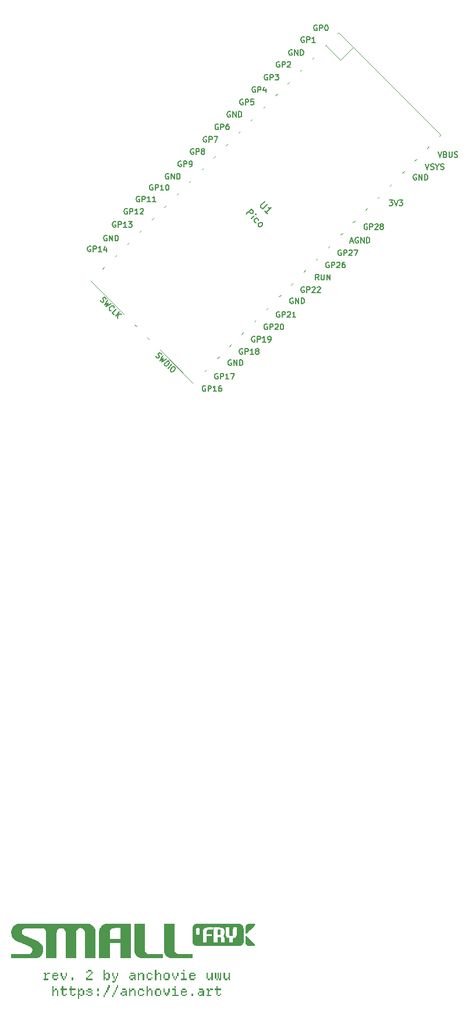
<source format=gto>
G04 #@! TF.GenerationSoftware,KiCad,Pcbnew,8.0.4*
G04 #@! TF.CreationDate,2024-09-28T17:45:49-04:00*
G04 #@! TF.ProjectId,small-fry-pcb,736d616c-6c2d-4667-9279-2d7063622e6b,1.0*
G04 #@! TF.SameCoordinates,Original*
G04 #@! TF.FileFunction,Legend,Top*
G04 #@! TF.FilePolarity,Positive*
%FSLAX46Y46*%
G04 Gerber Fmt 4.6, Leading zero omitted, Abs format (unit mm)*
G04 Created by KiCad (PCBNEW 8.0.4) date 2024-09-28 17:45:49*
%MOMM*%
%LPD*%
G01*
G04 APERTURE LIST*
G04 Aperture macros list*
%AMHorizOval*
0 Thick line with rounded ends*
0 $1 width*
0 $2 $3 position (X,Y) of the first rounded end (center of the circle)*
0 $4 $5 position (X,Y) of the second rounded end (center of the circle)*
0 Add line between two ends*
20,1,$1,$2,$3,$4,$5,0*
0 Add two circle primitives to create the rounded ends*
1,1,$1,$2,$3*
1,1,$1,$4,$5*%
%AMRotRect*
0 Rectangle, with rotation*
0 The origin of the aperture is its center*
0 $1 length*
0 $2 width*
0 $3 Rotation angle, in degrees counterclockwise*
0 Add horizontal line*
21,1,$1,$2,0,0,$3*%
G04 Aperture macros list end*
%ADD10C,0.280000*%
%ADD11C,0.150000*%
%ADD12C,0.120000*%
%ADD13C,0.000000*%
%ADD14C,1.750000*%
%ADD15C,3.987800*%
%ADD16C,3.048000*%
%ADD17C,1.701800*%
%ADD18RotRect,3.500000X1.700000X45.000000*%
%ADD19HorizOval,1.700000X0.000000X0.000000X0.000000X0.000000X0*%
%ADD20RotRect,1.700000X1.700000X315.000000*%
%ADD21RotRect,3.500000X1.700000X315.000000*%
%ADD22HorizOval,1.800000X0.000000X0.000000X0.000000X0.000000X0*%
%ADD23HorizOval,1.500000X0.000000X0.000000X0.000000X0.000000X0*%
G04 APERTURE END LIST*
D10*
G36*
X173834969Y-157319211D02*
G01*
X173456783Y-157319211D01*
X173456783Y-157519246D01*
X173634934Y-157519246D01*
X173634934Y-158209965D01*
X173456783Y-158209965D01*
X173456783Y-158410000D01*
X174191270Y-158410000D01*
X174191270Y-158209965D01*
X173834969Y-158209965D01*
X173834969Y-157697397D01*
X174013120Y-157697397D01*
X174013120Y-157497362D01*
X173834969Y-157497362D01*
X173834969Y-157319211D01*
G37*
G36*
X174369421Y-157319211D02*
G01*
X173991235Y-157319211D01*
X173991235Y-157519246D01*
X174369421Y-157519246D01*
X174369421Y-157319211D01*
G37*
G36*
X174882331Y-157319211D02*
G01*
X174882331Y-157519246D01*
X175438667Y-157519246D01*
X175438667Y-157319211D01*
X174882331Y-157319211D01*
G37*
G36*
X174704180Y-157497362D02*
G01*
X174704180Y-158231849D01*
X174904215Y-158231849D01*
X174904215Y-157875547D01*
X175616818Y-157875547D01*
X175616818Y-157497362D01*
X175416783Y-157497362D01*
X175416783Y-157675512D01*
X174904215Y-157675512D01*
X174904215Y-157497362D01*
X174704180Y-157497362D01*
G37*
G36*
X174882331Y-158209965D02*
G01*
X174882331Y-158410000D01*
X175438667Y-158410000D01*
X175438667Y-158209965D01*
X174882331Y-158209965D01*
G37*
G36*
X175416783Y-158031814D02*
G01*
X175416783Y-158231849D01*
X175616818Y-158231849D01*
X175616818Y-158031814D01*
X175416783Y-158031814D01*
G37*
G36*
X175951577Y-157319211D02*
G01*
X175951577Y-157875547D01*
X176151612Y-157875547D01*
X176151612Y-157319211D01*
X175951577Y-157319211D01*
G37*
G36*
X176664180Y-157319211D02*
G01*
X176664180Y-157875547D01*
X176864215Y-157875547D01*
X176864215Y-157319211D01*
X176664180Y-157319211D01*
G37*
G36*
X176329763Y-158231849D02*
G01*
X176329763Y-157853663D01*
X176129728Y-157853663D01*
X176129728Y-158231849D01*
X176329763Y-158231849D01*
G37*
G36*
X176307879Y-158209965D02*
G01*
X176307879Y-158410000D01*
X176507914Y-158410000D01*
X176507914Y-158209965D01*
X176307879Y-158209965D01*
G37*
G36*
X176486030Y-157853663D02*
G01*
X176486030Y-158231849D01*
X176686064Y-158231849D01*
X176686064Y-157853663D01*
X176486030Y-157853663D01*
G37*
G36*
X177555276Y-158031814D02*
G01*
X177555276Y-158410000D01*
X177755311Y-158410000D01*
X177755311Y-158031814D01*
X177555276Y-158031814D01*
G37*
G36*
X179693769Y-158031814D02*
G01*
X179693769Y-158410000D01*
X180606406Y-158410000D01*
X180606406Y-158209965D01*
X179893803Y-158209965D01*
X179893803Y-158031814D01*
X179693769Y-158031814D01*
G37*
G36*
X180428256Y-157162944D02*
G01*
X180428256Y-156962909D01*
X179871919Y-156962909D01*
X179871919Y-157162944D01*
X180428256Y-157162944D01*
G37*
G36*
X180406372Y-157141060D02*
G01*
X180406372Y-157519246D01*
X180606406Y-157519246D01*
X180606406Y-157141060D01*
X180406372Y-157141060D01*
G37*
G36*
X179871919Y-157853663D02*
G01*
X179871919Y-158053698D01*
X180071954Y-158053698D01*
X180071954Y-157853663D01*
X179871919Y-157853663D01*
G37*
G36*
X179693769Y-157141060D02*
G01*
X179693769Y-157341095D01*
X179893803Y-157341095D01*
X179893803Y-157141060D01*
X179693769Y-157141060D01*
G37*
G36*
X180228221Y-157497362D02*
G01*
X180228221Y-157697397D01*
X180428256Y-157697397D01*
X180428256Y-157497362D01*
X180228221Y-157497362D01*
G37*
G36*
X180050070Y-157675512D02*
G01*
X180050070Y-157875547D01*
X180250105Y-157875547D01*
X180250105Y-157675512D01*
X180050070Y-157675512D01*
G37*
G36*
X182188563Y-156962909D02*
G01*
X182188563Y-158410000D01*
X182388598Y-158410000D01*
X182388598Y-158231849D01*
X182566748Y-158231849D01*
X182566748Y-158031814D01*
X182388598Y-158031814D01*
X182388598Y-157697397D01*
X182566748Y-157697397D01*
X182566748Y-157497362D01*
X182388598Y-157497362D01*
X182388598Y-156962909D01*
X182188563Y-156962909D01*
G37*
G36*
X182544864Y-158209965D02*
G01*
X182544864Y-158410000D01*
X182923050Y-158410000D01*
X182923050Y-158209965D01*
X182544864Y-158209965D01*
G37*
G36*
X182901166Y-157497362D02*
G01*
X182901166Y-158231849D01*
X183101201Y-158231849D01*
X183101201Y-157497362D01*
X182901166Y-157497362D01*
G37*
G36*
X182544864Y-157319211D02*
G01*
X182544864Y-157519246D01*
X182923050Y-157519246D01*
X182923050Y-157319211D01*
X182544864Y-157319211D01*
G37*
G36*
X183435960Y-157319211D02*
G01*
X183435960Y-157875547D01*
X183635995Y-157875547D01*
X183635995Y-157319211D01*
X183435960Y-157319211D01*
G37*
G36*
X184148563Y-157319211D02*
G01*
X184148563Y-157875547D01*
X184348598Y-157875547D01*
X184348598Y-157319211D01*
X184148563Y-157319211D01*
G37*
G36*
X183792261Y-158209965D02*
G01*
X183792261Y-158588492D01*
X183992296Y-158588492D01*
X183992296Y-158209965D01*
X183792261Y-158209965D01*
G37*
G36*
X183814145Y-158566608D02*
G01*
X183435960Y-158566608D01*
X183435960Y-158766643D01*
X183814145Y-158766643D01*
X183814145Y-158566608D01*
G37*
G36*
X183970412Y-157853663D02*
G01*
X183970412Y-158231849D01*
X184170447Y-158231849D01*
X184170447Y-157853663D01*
X183970412Y-157853663D01*
G37*
G36*
X183614111Y-157853663D02*
G01*
X183614111Y-158231849D01*
X183814145Y-158231849D01*
X183814145Y-157853663D01*
X183614111Y-157853663D01*
G37*
G36*
X185930754Y-157853663D02*
G01*
X185930754Y-158231849D01*
X186130789Y-158231849D01*
X186130789Y-157853663D01*
X185930754Y-157853663D01*
G37*
G36*
X186108905Y-158209965D02*
G01*
X186108905Y-158410000D01*
X186487090Y-158410000D01*
X186487090Y-158209965D01*
X186108905Y-158209965D01*
G37*
G36*
X186465206Y-158031814D02*
G01*
X186465206Y-158231849D01*
X186643357Y-158231849D01*
X186643357Y-158410000D01*
X186843392Y-158410000D01*
X186843392Y-157497362D01*
X186643357Y-157497362D01*
X186643357Y-157675512D01*
X186108905Y-157675512D01*
X186108905Y-157875547D01*
X186643357Y-157875547D01*
X186643357Y-158031814D01*
X186465206Y-158031814D01*
G37*
G36*
X186108905Y-157319211D02*
G01*
X186108905Y-157519246D01*
X186665241Y-157519246D01*
X186665241Y-157319211D01*
X186108905Y-157319211D01*
G37*
G36*
X187178151Y-157319211D02*
G01*
X187178151Y-158410000D01*
X187378186Y-158410000D01*
X187378186Y-157697397D01*
X187556337Y-157697397D01*
X187556337Y-157497362D01*
X187378186Y-157497362D01*
X187378186Y-157319211D01*
X187178151Y-157319211D01*
G37*
G36*
X187534452Y-157319211D02*
G01*
X187534452Y-157519246D01*
X187912638Y-157519246D01*
X187912638Y-157319211D01*
X187534452Y-157319211D01*
G37*
G36*
X187890754Y-157497362D02*
G01*
X187890754Y-158410000D01*
X188090789Y-158410000D01*
X188090789Y-157497362D01*
X187890754Y-157497362D01*
G37*
G36*
X188603699Y-157319211D02*
G01*
X188603699Y-157519246D01*
X189160035Y-157519246D01*
X189160035Y-157319211D01*
X188603699Y-157319211D01*
G37*
G36*
X188425548Y-157497362D02*
G01*
X188425548Y-158231849D01*
X188625583Y-158231849D01*
X188625583Y-157497362D01*
X188425548Y-157497362D01*
G37*
G36*
X188603699Y-158209965D02*
G01*
X188603699Y-158410000D01*
X189160035Y-158410000D01*
X189160035Y-158209965D01*
X188603699Y-158209965D01*
G37*
G36*
X189138151Y-157497362D02*
G01*
X189138151Y-157697397D01*
X189338186Y-157697397D01*
X189338186Y-157497362D01*
X189138151Y-157497362D01*
G37*
G36*
X189138151Y-158031814D02*
G01*
X189138151Y-158231849D01*
X189338186Y-158231849D01*
X189338186Y-158031814D01*
X189138151Y-158031814D01*
G37*
G36*
X189672945Y-156962909D02*
G01*
X189672945Y-158410000D01*
X189872980Y-158410000D01*
X189872980Y-157697397D01*
X190051131Y-157697397D01*
X190051131Y-157497362D01*
X189872980Y-157497362D01*
X189872980Y-156962909D01*
X189672945Y-156962909D01*
G37*
G36*
X190385548Y-157497362D02*
G01*
X190385548Y-158410000D01*
X190585583Y-158410000D01*
X190585583Y-157497362D01*
X190385548Y-157497362D01*
G37*
G36*
X190029247Y-157319211D02*
G01*
X190029247Y-157519246D01*
X190407432Y-157519246D01*
X190407432Y-157319211D01*
X190029247Y-157319211D01*
G37*
G36*
X191098493Y-157319211D02*
G01*
X191098493Y-157519246D01*
X191654829Y-157519246D01*
X191654829Y-157319211D01*
X191098493Y-157319211D01*
G37*
G36*
X191632945Y-157497362D02*
G01*
X191632945Y-158231849D01*
X191832980Y-158231849D01*
X191832980Y-157497362D01*
X191632945Y-157497362D01*
G37*
G36*
X190920342Y-157497362D02*
G01*
X190920342Y-158231849D01*
X191120377Y-158231849D01*
X191120377Y-157497362D01*
X190920342Y-157497362D01*
G37*
G36*
X191098493Y-158209965D02*
G01*
X191098493Y-158410000D01*
X191654829Y-158410000D01*
X191654829Y-158209965D01*
X191098493Y-158209965D01*
G37*
G36*
X192167739Y-157319211D02*
G01*
X192167739Y-157875547D01*
X192367774Y-157875547D01*
X192367774Y-157319211D01*
X192167739Y-157319211D01*
G37*
G36*
X192880342Y-157319211D02*
G01*
X192880342Y-157875547D01*
X193080377Y-157875547D01*
X193080377Y-157319211D01*
X192880342Y-157319211D01*
G37*
G36*
X192545925Y-158231849D02*
G01*
X192545925Y-157853663D01*
X192345890Y-157853663D01*
X192345890Y-158231849D01*
X192545925Y-158231849D01*
G37*
G36*
X192524041Y-158209965D02*
G01*
X192524041Y-158410000D01*
X192724076Y-158410000D01*
X192724076Y-158209965D01*
X192524041Y-158209965D01*
G37*
G36*
X192702191Y-157853663D02*
G01*
X192702191Y-158231849D01*
X192902226Y-158231849D01*
X192902226Y-157853663D01*
X192702191Y-157853663D01*
G37*
G36*
X193771438Y-156962909D02*
G01*
X193771438Y-157162944D01*
X193971473Y-157162944D01*
X193971473Y-156962909D01*
X193771438Y-156962909D01*
G37*
G36*
X193771438Y-157519246D02*
G01*
X193771438Y-158209965D01*
X193415136Y-158209965D01*
X193415136Y-158410000D01*
X194327774Y-158410000D01*
X194327774Y-158209965D01*
X193971473Y-158209965D01*
X193971473Y-157319211D01*
X193415136Y-157319211D01*
X193415136Y-157519246D01*
X193771438Y-157519246D01*
G37*
G36*
X194840684Y-157319211D02*
G01*
X194840684Y-157519246D01*
X195397020Y-157519246D01*
X195397020Y-157319211D01*
X194840684Y-157319211D01*
G37*
G36*
X194662533Y-157497362D02*
G01*
X194662533Y-158231849D01*
X194862568Y-158231849D01*
X194862568Y-157875547D01*
X195575171Y-157875547D01*
X195575171Y-157497362D01*
X195375136Y-157497362D01*
X195375136Y-157675512D01*
X194862568Y-157675512D01*
X194862568Y-157497362D01*
X194662533Y-157497362D01*
G37*
G36*
X194840684Y-158209965D02*
G01*
X194840684Y-158410000D01*
X195397020Y-158410000D01*
X195397020Y-158209965D01*
X194840684Y-158209965D01*
G37*
G36*
X195375136Y-158031814D02*
G01*
X195375136Y-158231849D01*
X195575171Y-158231849D01*
X195575171Y-158031814D01*
X195375136Y-158031814D01*
G37*
G36*
X197157328Y-157319211D02*
G01*
X197157328Y-158231849D01*
X197357362Y-158231849D01*
X197357362Y-157319211D01*
X197157328Y-157319211D01*
G37*
G36*
X197335478Y-158209965D02*
G01*
X197335478Y-158410000D01*
X197713664Y-158410000D01*
X197713664Y-158209965D01*
X197335478Y-158209965D01*
G37*
G36*
X197869930Y-157319211D02*
G01*
X197869930Y-158031814D01*
X197691780Y-158031814D01*
X197691780Y-158231849D01*
X197869930Y-158231849D01*
X197869930Y-158410000D01*
X198069965Y-158410000D01*
X198069965Y-157319211D01*
X197869930Y-157319211D01*
G37*
G36*
X198404725Y-157319211D02*
G01*
X198404725Y-158231849D01*
X198604760Y-158231849D01*
X198604760Y-157319211D01*
X198404725Y-157319211D01*
G37*
G36*
X199117328Y-157319211D02*
G01*
X199117328Y-158209965D01*
X198939177Y-158209965D01*
X198939177Y-158410000D01*
X199317362Y-158410000D01*
X199317362Y-157319211D01*
X199117328Y-157319211D01*
G37*
G36*
X198961061Y-158231849D02*
G01*
X198961061Y-157319211D01*
X198761026Y-157319211D01*
X198761026Y-158231849D01*
X198961061Y-158231849D01*
G37*
G36*
X198582875Y-158209965D02*
G01*
X198582875Y-158410000D01*
X198782910Y-158410000D01*
X198782910Y-158209965D01*
X198582875Y-158209965D01*
G37*
G36*
X199652122Y-157319211D02*
G01*
X199652122Y-158231849D01*
X199852157Y-158231849D01*
X199852157Y-157319211D01*
X199652122Y-157319211D01*
G37*
G36*
X199830272Y-158209965D02*
G01*
X199830272Y-158410000D01*
X200208458Y-158410000D01*
X200208458Y-158209965D01*
X199830272Y-158209965D01*
G37*
G36*
X200364725Y-157319211D02*
G01*
X200364725Y-158031814D01*
X200186574Y-158031814D01*
X200186574Y-158231849D01*
X200364725Y-158231849D01*
X200364725Y-158410000D01*
X200564760Y-158410000D01*
X200564760Y-157319211D01*
X200364725Y-157319211D01*
G37*
G36*
X174704180Y-159314909D02*
G01*
X174704180Y-160762000D01*
X174904215Y-160762000D01*
X174904215Y-160049397D01*
X175082366Y-160049397D01*
X175082366Y-159849362D01*
X174904215Y-159849362D01*
X174904215Y-159314909D01*
X174704180Y-159314909D01*
G37*
G36*
X175416783Y-159849362D02*
G01*
X175416783Y-160762000D01*
X175616818Y-160762000D01*
X175616818Y-159849362D01*
X175416783Y-159849362D01*
G37*
G36*
X175060482Y-159671211D02*
G01*
X175060482Y-159871246D01*
X175438667Y-159871246D01*
X175438667Y-159671211D01*
X175060482Y-159671211D01*
G37*
G36*
X176129728Y-159314909D02*
G01*
X176129728Y-159671211D01*
X175951577Y-159671211D01*
X175951577Y-159871246D01*
X176129728Y-159871246D01*
X176129728Y-160583849D01*
X176329763Y-160583849D01*
X176329763Y-159871246D01*
X176864215Y-159871246D01*
X176864215Y-159671211D01*
X176329763Y-159671211D01*
X176329763Y-159314909D01*
X176129728Y-159314909D01*
G37*
G36*
X176307879Y-160561965D02*
G01*
X176307879Y-160762000D01*
X176686064Y-160762000D01*
X176686064Y-160561965D01*
X176307879Y-160561965D01*
G37*
G36*
X176664180Y-160383814D02*
G01*
X176664180Y-160583849D01*
X176864215Y-160583849D01*
X176864215Y-160383814D01*
X176664180Y-160383814D01*
G37*
G36*
X177377125Y-159314909D02*
G01*
X177377125Y-159671211D01*
X177198974Y-159671211D01*
X177198974Y-159871246D01*
X177377125Y-159871246D01*
X177377125Y-160583849D01*
X177577160Y-160583849D01*
X177577160Y-159871246D01*
X178111612Y-159871246D01*
X178111612Y-159671211D01*
X177577160Y-159671211D01*
X177577160Y-159314909D01*
X177377125Y-159314909D01*
G37*
G36*
X177555276Y-160561965D02*
G01*
X177555276Y-160762000D01*
X177933461Y-160762000D01*
X177933461Y-160561965D01*
X177555276Y-160561965D01*
G37*
G36*
X177911577Y-160383814D02*
G01*
X177911577Y-160583849D01*
X178111612Y-160583849D01*
X178111612Y-160383814D01*
X177911577Y-160383814D01*
G37*
G36*
X178446371Y-159671211D02*
G01*
X178446371Y-161118643D01*
X178646406Y-161118643D01*
X178646406Y-160583849D01*
X178824557Y-160583849D01*
X178824557Y-160383814D01*
X178646406Y-160383814D01*
X178646406Y-160049397D01*
X178824557Y-160049397D01*
X178824557Y-159849362D01*
X178646406Y-159849362D01*
X178646406Y-159671211D01*
X178446371Y-159671211D01*
G37*
G36*
X178802673Y-159671211D02*
G01*
X178802673Y-159871246D01*
X179180859Y-159871246D01*
X179180859Y-159671211D01*
X178802673Y-159671211D01*
G37*
G36*
X179158974Y-159849362D02*
G01*
X179158974Y-160583849D01*
X179359009Y-160583849D01*
X179359009Y-159849362D01*
X179158974Y-159849362D01*
G37*
G36*
X178802673Y-160561965D02*
G01*
X178802673Y-160762000D01*
X179180859Y-160762000D01*
X179180859Y-160561965D01*
X178802673Y-160561965D01*
G37*
G36*
X180428256Y-160561965D02*
G01*
X179871919Y-160561965D01*
X179871919Y-160762000D01*
X180428256Y-160762000D01*
X180428256Y-160561965D01*
G37*
G36*
X179893803Y-160583849D02*
G01*
X179893803Y-160383814D01*
X179693769Y-160383814D01*
X179693769Y-160583849D01*
X179893803Y-160583849D01*
G37*
G36*
X180428256Y-159671211D02*
G01*
X179871919Y-159671211D01*
X179871919Y-159871246D01*
X180428256Y-159871246D01*
X180428256Y-159671211D01*
G37*
G36*
X179693769Y-159849362D02*
G01*
X179693769Y-160049397D01*
X179893803Y-160049397D01*
X179893803Y-159849362D01*
X179693769Y-159849362D01*
G37*
G36*
X179871919Y-160027512D02*
G01*
X179871919Y-160227547D01*
X180428256Y-160227547D01*
X180428256Y-160027512D01*
X179871919Y-160027512D01*
G37*
G36*
X180406371Y-160205663D02*
G01*
X180406371Y-160583849D01*
X180606406Y-160583849D01*
X180606406Y-160205663D01*
X180406371Y-160205663D01*
G37*
G36*
X180406371Y-159849362D02*
G01*
X180406371Y-160049397D01*
X180606406Y-160049397D01*
X180606406Y-159849362D01*
X180406371Y-159849362D01*
G37*
G36*
X181297467Y-160383814D02*
G01*
X181297467Y-160762000D01*
X181497502Y-160762000D01*
X181497502Y-160383814D01*
X181297467Y-160383814D01*
G37*
G36*
X181297467Y-159671211D02*
G01*
X181297467Y-160049397D01*
X181497502Y-160049397D01*
X181497502Y-159671211D01*
X181297467Y-159671211D01*
G37*
G36*
X182723015Y-159493060D02*
G01*
X182723015Y-159871246D01*
X182923050Y-159871246D01*
X182923050Y-159493060D01*
X182723015Y-159493060D01*
G37*
G36*
X182188563Y-160561965D02*
G01*
X182188563Y-160940492D01*
X182388598Y-160940492D01*
X182388598Y-160561965D01*
X182188563Y-160561965D01*
G37*
G36*
X182366713Y-160205663D02*
G01*
X182366713Y-160583849D01*
X182566748Y-160583849D01*
X182566748Y-160205663D01*
X182366713Y-160205663D01*
G37*
G36*
X182544864Y-159849362D02*
G01*
X182544864Y-160227547D01*
X182744899Y-160227547D01*
X182744899Y-159849362D01*
X182544864Y-159849362D01*
G37*
G36*
X182901166Y-159136759D02*
G01*
X182901166Y-159514944D01*
X183101200Y-159514944D01*
X183101200Y-159136759D01*
X182901166Y-159136759D01*
G37*
G36*
X183970412Y-159493060D02*
G01*
X183970412Y-159871246D01*
X184170447Y-159871246D01*
X184170447Y-159493060D01*
X183970412Y-159493060D01*
G37*
G36*
X183435960Y-160561965D02*
G01*
X183435960Y-160940492D01*
X183635995Y-160940492D01*
X183635995Y-160561965D01*
X183435960Y-160561965D01*
G37*
G36*
X183614110Y-160205663D02*
G01*
X183614110Y-160583849D01*
X183814145Y-160583849D01*
X183814145Y-160205663D01*
X183614110Y-160205663D01*
G37*
G36*
X183792261Y-159849362D02*
G01*
X183792261Y-160227547D01*
X183992296Y-160227547D01*
X183992296Y-159849362D01*
X183792261Y-159849362D01*
G37*
G36*
X184148563Y-159136759D02*
G01*
X184148563Y-159514944D01*
X184348598Y-159514944D01*
X184348598Y-159136759D01*
X184148563Y-159136759D01*
G37*
G36*
X184683357Y-160205663D02*
G01*
X184683357Y-160583849D01*
X184883392Y-160583849D01*
X184883392Y-160205663D01*
X184683357Y-160205663D01*
G37*
G36*
X184861508Y-160561965D02*
G01*
X184861508Y-160762000D01*
X185239693Y-160762000D01*
X185239693Y-160561965D01*
X184861508Y-160561965D01*
G37*
G36*
X185217809Y-160383814D02*
G01*
X185217809Y-160583849D01*
X185395960Y-160583849D01*
X185395960Y-160762000D01*
X185595995Y-160762000D01*
X185595995Y-159849362D01*
X185395960Y-159849362D01*
X185395960Y-160027512D01*
X184861508Y-160027512D01*
X184861508Y-160227547D01*
X185395960Y-160227547D01*
X185395960Y-160383814D01*
X185217809Y-160383814D01*
G37*
G36*
X184861508Y-159671211D02*
G01*
X184861508Y-159871246D01*
X185417844Y-159871246D01*
X185417844Y-159671211D01*
X184861508Y-159671211D01*
G37*
G36*
X185930754Y-159671211D02*
G01*
X185930754Y-160762000D01*
X186130789Y-160762000D01*
X186130789Y-160049397D01*
X186308939Y-160049397D01*
X186308939Y-159849362D01*
X186130789Y-159849362D01*
X186130789Y-159671211D01*
X185930754Y-159671211D01*
G37*
G36*
X186287055Y-159671211D02*
G01*
X186287055Y-159871246D01*
X186665241Y-159871246D01*
X186665241Y-159671211D01*
X186287055Y-159671211D01*
G37*
G36*
X186643357Y-159849362D02*
G01*
X186643357Y-160762000D01*
X186843392Y-160762000D01*
X186843392Y-159849362D01*
X186643357Y-159849362D01*
G37*
G36*
X187356302Y-159671211D02*
G01*
X187356302Y-159871246D01*
X187912638Y-159871246D01*
X187912638Y-159671211D01*
X187356302Y-159671211D01*
G37*
G36*
X187178151Y-159849362D02*
G01*
X187178151Y-160583849D01*
X187378186Y-160583849D01*
X187378186Y-159849362D01*
X187178151Y-159849362D01*
G37*
G36*
X187356302Y-160561965D02*
G01*
X187356302Y-160762000D01*
X187912638Y-160762000D01*
X187912638Y-160561965D01*
X187356302Y-160561965D01*
G37*
G36*
X187890754Y-159849362D02*
G01*
X187890754Y-160049397D01*
X188090789Y-160049397D01*
X188090789Y-159849362D01*
X187890754Y-159849362D01*
G37*
G36*
X187890754Y-160383814D02*
G01*
X187890754Y-160583849D01*
X188090789Y-160583849D01*
X188090789Y-160383814D01*
X187890754Y-160383814D01*
G37*
G36*
X188425548Y-159314909D02*
G01*
X188425548Y-160762000D01*
X188625583Y-160762000D01*
X188625583Y-160049397D01*
X188803734Y-160049397D01*
X188803734Y-159849362D01*
X188625583Y-159849362D01*
X188625583Y-159314909D01*
X188425548Y-159314909D01*
G37*
G36*
X189138151Y-159849362D02*
G01*
X189138151Y-160762000D01*
X189338186Y-160762000D01*
X189338186Y-159849362D01*
X189138151Y-159849362D01*
G37*
G36*
X188781849Y-159671211D02*
G01*
X188781849Y-159871246D01*
X189160035Y-159871246D01*
X189160035Y-159671211D01*
X188781849Y-159671211D01*
G37*
G36*
X189851096Y-159671211D02*
G01*
X189851096Y-159871246D01*
X190407432Y-159871246D01*
X190407432Y-159671211D01*
X189851096Y-159671211D01*
G37*
G36*
X190385548Y-159849362D02*
G01*
X190385548Y-160583849D01*
X190585583Y-160583849D01*
X190585583Y-159849362D01*
X190385548Y-159849362D01*
G37*
G36*
X189672945Y-159849362D02*
G01*
X189672945Y-160583849D01*
X189872980Y-160583849D01*
X189872980Y-159849362D01*
X189672945Y-159849362D01*
G37*
G36*
X189851096Y-160561965D02*
G01*
X189851096Y-160762000D01*
X190407432Y-160762000D01*
X190407432Y-160561965D01*
X189851096Y-160561965D01*
G37*
G36*
X190920342Y-159671211D02*
G01*
X190920342Y-160227547D01*
X191120377Y-160227547D01*
X191120377Y-159671211D01*
X190920342Y-159671211D01*
G37*
G36*
X191632945Y-159671211D02*
G01*
X191632945Y-160227547D01*
X191832980Y-160227547D01*
X191832980Y-159671211D01*
X191632945Y-159671211D01*
G37*
G36*
X191298528Y-160583849D02*
G01*
X191298528Y-160205663D01*
X191098493Y-160205663D01*
X191098493Y-160583849D01*
X191298528Y-160583849D01*
G37*
G36*
X191276644Y-160561965D02*
G01*
X191276644Y-160762000D01*
X191476678Y-160762000D01*
X191476678Y-160561965D01*
X191276644Y-160561965D01*
G37*
G36*
X191454794Y-160205663D02*
G01*
X191454794Y-160583849D01*
X191654829Y-160583849D01*
X191654829Y-160205663D01*
X191454794Y-160205663D01*
G37*
G36*
X192524041Y-159314909D02*
G01*
X192524041Y-159514944D01*
X192724076Y-159514944D01*
X192724076Y-159314909D01*
X192524041Y-159314909D01*
G37*
G36*
X192524041Y-159871246D02*
G01*
X192524041Y-160561965D01*
X192167739Y-160561965D01*
X192167739Y-160762000D01*
X193080377Y-160762000D01*
X193080377Y-160561965D01*
X192724076Y-160561965D01*
X192724076Y-159671211D01*
X192167739Y-159671211D01*
X192167739Y-159871246D01*
X192524041Y-159871246D01*
G37*
G36*
X193593287Y-159671211D02*
G01*
X193593287Y-159871246D01*
X194149623Y-159871246D01*
X194149623Y-159671211D01*
X193593287Y-159671211D01*
G37*
G36*
X193415136Y-159849362D02*
G01*
X193415136Y-160583849D01*
X193615171Y-160583849D01*
X193615171Y-160227547D01*
X194327774Y-160227547D01*
X194327774Y-159849362D01*
X194127739Y-159849362D01*
X194127739Y-160027512D01*
X193615171Y-160027512D01*
X193615171Y-159849362D01*
X193415136Y-159849362D01*
G37*
G36*
X193593287Y-160561965D02*
G01*
X193593287Y-160762000D01*
X194149623Y-160762000D01*
X194149623Y-160561965D01*
X193593287Y-160561965D01*
G37*
G36*
X194127739Y-160383814D02*
G01*
X194127739Y-160583849D01*
X194327774Y-160583849D01*
X194327774Y-160383814D01*
X194127739Y-160383814D01*
G37*
G36*
X195018835Y-160383814D02*
G01*
X195018835Y-160762000D01*
X195218870Y-160762000D01*
X195218870Y-160383814D01*
X195018835Y-160383814D01*
G37*
G36*
X195909930Y-160205663D02*
G01*
X195909930Y-160583849D01*
X196109965Y-160583849D01*
X196109965Y-160205663D01*
X195909930Y-160205663D01*
G37*
G36*
X196088081Y-160561965D02*
G01*
X196088081Y-160762000D01*
X196466267Y-160762000D01*
X196466267Y-160561965D01*
X196088081Y-160561965D01*
G37*
G36*
X196444383Y-160383814D02*
G01*
X196444383Y-160583849D01*
X196622533Y-160583849D01*
X196622533Y-160762000D01*
X196822568Y-160762000D01*
X196822568Y-159849362D01*
X196622533Y-159849362D01*
X196622533Y-160027512D01*
X196088081Y-160027512D01*
X196088081Y-160227547D01*
X196622533Y-160227547D01*
X196622533Y-160383814D01*
X196444383Y-160383814D01*
G37*
G36*
X196088081Y-159671211D02*
G01*
X196088081Y-159871246D01*
X196644417Y-159871246D01*
X196644417Y-159671211D01*
X196088081Y-159671211D01*
G37*
G36*
X197535513Y-159671211D02*
G01*
X197157327Y-159671211D01*
X197157327Y-159871246D01*
X197335478Y-159871246D01*
X197335478Y-160561965D01*
X197157327Y-160561965D01*
X197157327Y-160762000D01*
X197891815Y-160762000D01*
X197891815Y-160561965D01*
X197535513Y-160561965D01*
X197535513Y-160049397D01*
X197713664Y-160049397D01*
X197713664Y-159849362D01*
X197535513Y-159849362D01*
X197535513Y-159671211D01*
G37*
G36*
X198069965Y-159671211D02*
G01*
X197691780Y-159671211D01*
X197691780Y-159871246D01*
X198069965Y-159871246D01*
X198069965Y-159671211D01*
G37*
G36*
X198582875Y-159314909D02*
G01*
X198582875Y-159671211D01*
X198404725Y-159671211D01*
X198404725Y-159871246D01*
X198582875Y-159871246D01*
X198582875Y-160583849D01*
X198782910Y-160583849D01*
X198782910Y-159871246D01*
X199317362Y-159871246D01*
X199317362Y-159671211D01*
X198782910Y-159671211D01*
X198782910Y-159314909D01*
X198582875Y-159314909D01*
G37*
G36*
X198761026Y-160561965D02*
G01*
X198761026Y-160762000D01*
X199139212Y-160762000D01*
X199139212Y-160561965D01*
X198761026Y-160561965D01*
G37*
G36*
X199117327Y-160383814D02*
G01*
X199117327Y-160583849D01*
X199317362Y-160583849D01*
X199317362Y-160383814D01*
X199117327Y-160383814D01*
G37*
D11*
X205642804Y-45307340D02*
X205070384Y-45879760D01*
X205070384Y-45879760D02*
X205036712Y-45980775D01*
X205036712Y-45980775D02*
X205036712Y-46048119D01*
X205036712Y-46048119D02*
X205070384Y-46149134D01*
X205070384Y-46149134D02*
X205205071Y-46283821D01*
X205205071Y-46283821D02*
X205306086Y-46317493D01*
X205306086Y-46317493D02*
X205373430Y-46317493D01*
X205373430Y-46317493D02*
X205474445Y-46283821D01*
X205474445Y-46283821D02*
X206046865Y-45711401D01*
X206046865Y-47125615D02*
X205642804Y-46721554D01*
X205844834Y-46923584D02*
X206551941Y-46216478D01*
X206551941Y-46216478D02*
X206383582Y-46250149D01*
X206383582Y-46250149D02*
X206248895Y-46250149D01*
X206248895Y-46250149D02*
X206147880Y-46216478D01*
X202971321Y-47103359D02*
X203678427Y-46396252D01*
X203678427Y-46396252D02*
X203947801Y-46665626D01*
X203947801Y-46665626D02*
X203981473Y-46766641D01*
X203981473Y-46766641D02*
X203981473Y-46833985D01*
X203981473Y-46833985D02*
X203947801Y-46935000D01*
X203947801Y-46935000D02*
X203846786Y-47036015D01*
X203846786Y-47036015D02*
X203745771Y-47069687D01*
X203745771Y-47069687D02*
X203678427Y-47069687D01*
X203678427Y-47069687D02*
X203577412Y-47036015D01*
X203577412Y-47036015D02*
X203308038Y-46766641D01*
X203678427Y-47810466D02*
X204149832Y-47339061D01*
X204385534Y-47103359D02*
X204318191Y-47103359D01*
X204318191Y-47103359D02*
X204318191Y-47170702D01*
X204318191Y-47170702D02*
X204385534Y-47170702D01*
X204385534Y-47170702D02*
X204385534Y-47103359D01*
X204385534Y-47103359D02*
X204318191Y-47170702D01*
X204351862Y-48416557D02*
X204250847Y-48382885D01*
X204250847Y-48382885D02*
X204116160Y-48248198D01*
X204116160Y-48248198D02*
X204082488Y-48147183D01*
X204082488Y-48147183D02*
X204082488Y-48079839D01*
X204082488Y-48079839D02*
X204116160Y-47978824D01*
X204116160Y-47978824D02*
X204318190Y-47776793D01*
X204318190Y-47776793D02*
X204419205Y-47743122D01*
X204419205Y-47743122D02*
X204486549Y-47743122D01*
X204486549Y-47743122D02*
X204587564Y-47776793D01*
X204587564Y-47776793D02*
X204722251Y-47911480D01*
X204722251Y-47911480D02*
X204755923Y-48012496D01*
X204722251Y-48854290D02*
X204688580Y-48753274D01*
X204688580Y-48753274D02*
X204688580Y-48685931D01*
X204688580Y-48685931D02*
X204722251Y-48584916D01*
X204722251Y-48584916D02*
X204924282Y-48382885D01*
X204924282Y-48382885D02*
X205025297Y-48349213D01*
X205025297Y-48349213D02*
X205092641Y-48349213D01*
X205092641Y-48349213D02*
X205193656Y-48382885D01*
X205193656Y-48382885D02*
X205294671Y-48483900D01*
X205294671Y-48483900D02*
X205328343Y-48584916D01*
X205328343Y-48584916D02*
X205328343Y-48652259D01*
X205328343Y-48652259D02*
X205294671Y-48753274D01*
X205294671Y-48753274D02*
X205092641Y-48955305D01*
X205092641Y-48955305D02*
X204991625Y-48988977D01*
X204991625Y-48988977D02*
X204924282Y-48988977D01*
X204924282Y-48988977D02*
X204823267Y-48955305D01*
X204823267Y-48955305D02*
X204722251Y-48854290D01*
X189326918Y-42887587D02*
X189250728Y-42849492D01*
X189250728Y-42849492D02*
X189136442Y-42849492D01*
X189136442Y-42849492D02*
X189022156Y-42887587D01*
X189022156Y-42887587D02*
X188945966Y-42963777D01*
X188945966Y-42963777D02*
X188907871Y-43039968D01*
X188907871Y-43039968D02*
X188869775Y-43192349D01*
X188869775Y-43192349D02*
X188869775Y-43306635D01*
X188869775Y-43306635D02*
X188907871Y-43459016D01*
X188907871Y-43459016D02*
X188945966Y-43535206D01*
X188945966Y-43535206D02*
X189022156Y-43611397D01*
X189022156Y-43611397D02*
X189136442Y-43649492D01*
X189136442Y-43649492D02*
X189212633Y-43649492D01*
X189212633Y-43649492D02*
X189326918Y-43611397D01*
X189326918Y-43611397D02*
X189365014Y-43573301D01*
X189365014Y-43573301D02*
X189365014Y-43306635D01*
X189365014Y-43306635D02*
X189212633Y-43306635D01*
X189707871Y-43649492D02*
X189707871Y-42849492D01*
X189707871Y-42849492D02*
X190012633Y-42849492D01*
X190012633Y-42849492D02*
X190088823Y-42887587D01*
X190088823Y-42887587D02*
X190126918Y-42925682D01*
X190126918Y-42925682D02*
X190165014Y-43001873D01*
X190165014Y-43001873D02*
X190165014Y-43116158D01*
X190165014Y-43116158D02*
X190126918Y-43192349D01*
X190126918Y-43192349D02*
X190088823Y-43230444D01*
X190088823Y-43230444D02*
X190012633Y-43268539D01*
X190012633Y-43268539D02*
X189707871Y-43268539D01*
X190926918Y-43649492D02*
X190469775Y-43649492D01*
X190698347Y-43649492D02*
X190698347Y-42849492D01*
X190698347Y-42849492D02*
X190622156Y-42963777D01*
X190622156Y-42963777D02*
X190545966Y-43039968D01*
X190545966Y-43039968D02*
X190469775Y-43078063D01*
X191422157Y-42849492D02*
X191498347Y-42849492D01*
X191498347Y-42849492D02*
X191574538Y-42887587D01*
X191574538Y-42887587D02*
X191612633Y-42925682D01*
X191612633Y-42925682D02*
X191650728Y-43001873D01*
X191650728Y-43001873D02*
X191688823Y-43154254D01*
X191688823Y-43154254D02*
X191688823Y-43344730D01*
X191688823Y-43344730D02*
X191650728Y-43497111D01*
X191650728Y-43497111D02*
X191612633Y-43573301D01*
X191612633Y-43573301D02*
X191574538Y-43611397D01*
X191574538Y-43611397D02*
X191498347Y-43649492D01*
X191498347Y-43649492D02*
X191422157Y-43649492D01*
X191422157Y-43649492D02*
X191345966Y-43611397D01*
X191345966Y-43611397D02*
X191307871Y-43573301D01*
X191307871Y-43573301D02*
X191269776Y-43497111D01*
X191269776Y-43497111D02*
X191231680Y-43344730D01*
X191231680Y-43344730D02*
X191231680Y-43154254D01*
X191231680Y-43154254D02*
X191269776Y-43001873D01*
X191269776Y-43001873D02*
X191307871Y-42925682D01*
X191307871Y-42925682D02*
X191345966Y-42887587D01*
X191345966Y-42887587D02*
X191422157Y-42849492D01*
X204255885Y-28698783D02*
X204179695Y-28660688D01*
X204179695Y-28660688D02*
X204065409Y-28660688D01*
X204065409Y-28660688D02*
X203951123Y-28698783D01*
X203951123Y-28698783D02*
X203874933Y-28774973D01*
X203874933Y-28774973D02*
X203836838Y-28851164D01*
X203836838Y-28851164D02*
X203798742Y-29003545D01*
X203798742Y-29003545D02*
X203798742Y-29117831D01*
X203798742Y-29117831D02*
X203836838Y-29270212D01*
X203836838Y-29270212D02*
X203874933Y-29346402D01*
X203874933Y-29346402D02*
X203951123Y-29422593D01*
X203951123Y-29422593D02*
X204065409Y-29460688D01*
X204065409Y-29460688D02*
X204141600Y-29460688D01*
X204141600Y-29460688D02*
X204255885Y-29422593D01*
X204255885Y-29422593D02*
X204293981Y-29384497D01*
X204293981Y-29384497D02*
X204293981Y-29117831D01*
X204293981Y-29117831D02*
X204141600Y-29117831D01*
X204636838Y-29460688D02*
X204636838Y-28660688D01*
X204636838Y-28660688D02*
X204941600Y-28660688D01*
X204941600Y-28660688D02*
X205017790Y-28698783D01*
X205017790Y-28698783D02*
X205055885Y-28736878D01*
X205055885Y-28736878D02*
X205093981Y-28813069D01*
X205093981Y-28813069D02*
X205093981Y-28927354D01*
X205093981Y-28927354D02*
X205055885Y-29003545D01*
X205055885Y-29003545D02*
X205017790Y-29041640D01*
X205017790Y-29041640D02*
X204941600Y-29079735D01*
X204941600Y-29079735D02*
X204636838Y-29079735D01*
X205779695Y-28927354D02*
X205779695Y-29460688D01*
X205589219Y-28622593D02*
X205398742Y-29194021D01*
X205398742Y-29194021D02*
X205893981Y-29194021D01*
X197011754Y-72125039D02*
X196935564Y-72086944D01*
X196935564Y-72086944D02*
X196821278Y-72086944D01*
X196821278Y-72086944D02*
X196706992Y-72125039D01*
X196706992Y-72125039D02*
X196630802Y-72201229D01*
X196630802Y-72201229D02*
X196592707Y-72277420D01*
X196592707Y-72277420D02*
X196554611Y-72429801D01*
X196554611Y-72429801D02*
X196554611Y-72544087D01*
X196554611Y-72544087D02*
X196592707Y-72696468D01*
X196592707Y-72696468D02*
X196630802Y-72772658D01*
X196630802Y-72772658D02*
X196706992Y-72848849D01*
X196706992Y-72848849D02*
X196821278Y-72886944D01*
X196821278Y-72886944D02*
X196897469Y-72886944D01*
X196897469Y-72886944D02*
X197011754Y-72848849D01*
X197011754Y-72848849D02*
X197049850Y-72810753D01*
X197049850Y-72810753D02*
X197049850Y-72544087D01*
X197049850Y-72544087D02*
X196897469Y-72544087D01*
X197392707Y-72886944D02*
X197392707Y-72086944D01*
X197392707Y-72086944D02*
X197697469Y-72086944D01*
X197697469Y-72086944D02*
X197773659Y-72125039D01*
X197773659Y-72125039D02*
X197811754Y-72163134D01*
X197811754Y-72163134D02*
X197849850Y-72239325D01*
X197849850Y-72239325D02*
X197849850Y-72353610D01*
X197849850Y-72353610D02*
X197811754Y-72429801D01*
X197811754Y-72429801D02*
X197773659Y-72467896D01*
X197773659Y-72467896D02*
X197697469Y-72505991D01*
X197697469Y-72505991D02*
X197392707Y-72505991D01*
X198611754Y-72886944D02*
X198154611Y-72886944D01*
X198383183Y-72886944D02*
X198383183Y-72086944D01*
X198383183Y-72086944D02*
X198306992Y-72201229D01*
X198306992Y-72201229D02*
X198230802Y-72277420D01*
X198230802Y-72277420D02*
X198154611Y-72315515D01*
X199297469Y-72086944D02*
X199145088Y-72086944D01*
X199145088Y-72086944D02*
X199068897Y-72125039D01*
X199068897Y-72125039D02*
X199030802Y-72163134D01*
X199030802Y-72163134D02*
X198954612Y-72277420D01*
X198954612Y-72277420D02*
X198916516Y-72429801D01*
X198916516Y-72429801D02*
X198916516Y-72734563D01*
X198916516Y-72734563D02*
X198954612Y-72810753D01*
X198954612Y-72810753D02*
X198992707Y-72848849D01*
X198992707Y-72848849D02*
X199068897Y-72886944D01*
X199068897Y-72886944D02*
X199221278Y-72886944D01*
X199221278Y-72886944D02*
X199297469Y-72848849D01*
X199297469Y-72848849D02*
X199335564Y-72810753D01*
X199335564Y-72810753D02*
X199373659Y-72734563D01*
X199373659Y-72734563D02*
X199373659Y-72544087D01*
X199373659Y-72544087D02*
X199335564Y-72467896D01*
X199335564Y-72467896D02*
X199297469Y-72429801D01*
X199297469Y-72429801D02*
X199221278Y-72391706D01*
X199221278Y-72391706D02*
X199068897Y-72391706D01*
X199068897Y-72391706D02*
X198992707Y-72429801D01*
X198992707Y-72429801D02*
X198954612Y-72467896D01*
X198954612Y-72467896D02*
X198916516Y-72544087D01*
X213499938Y-56684298D02*
X213233271Y-56303345D01*
X213042795Y-56684298D02*
X213042795Y-55884298D01*
X213042795Y-55884298D02*
X213347557Y-55884298D01*
X213347557Y-55884298D02*
X213423747Y-55922393D01*
X213423747Y-55922393D02*
X213461842Y-55960488D01*
X213461842Y-55960488D02*
X213499938Y-56036679D01*
X213499938Y-56036679D02*
X213499938Y-56150964D01*
X213499938Y-56150964D02*
X213461842Y-56227155D01*
X213461842Y-56227155D02*
X213423747Y-56265250D01*
X213423747Y-56265250D02*
X213347557Y-56303345D01*
X213347557Y-56303345D02*
X213042795Y-56303345D01*
X213842795Y-55884298D02*
X213842795Y-56531917D01*
X213842795Y-56531917D02*
X213880890Y-56608107D01*
X213880890Y-56608107D02*
X213918985Y-56646203D01*
X213918985Y-56646203D02*
X213995176Y-56684298D01*
X213995176Y-56684298D02*
X214147557Y-56684298D01*
X214147557Y-56684298D02*
X214223747Y-56646203D01*
X214223747Y-56646203D02*
X214261842Y-56608107D01*
X214261842Y-56608107D02*
X214299938Y-56531917D01*
X214299938Y-56531917D02*
X214299938Y-55884298D01*
X214680890Y-56684298D02*
X214680890Y-55884298D01*
X214680890Y-55884298D02*
X215138033Y-56684298D01*
X215138033Y-56684298D02*
X215138033Y-55884298D01*
X198807806Y-70328988D02*
X198731616Y-70290893D01*
X198731616Y-70290893D02*
X198617330Y-70290893D01*
X198617330Y-70290893D02*
X198503044Y-70328988D01*
X198503044Y-70328988D02*
X198426854Y-70405178D01*
X198426854Y-70405178D02*
X198388759Y-70481369D01*
X198388759Y-70481369D02*
X198350663Y-70633750D01*
X198350663Y-70633750D02*
X198350663Y-70748036D01*
X198350663Y-70748036D02*
X198388759Y-70900417D01*
X198388759Y-70900417D02*
X198426854Y-70976607D01*
X198426854Y-70976607D02*
X198503044Y-71052798D01*
X198503044Y-71052798D02*
X198617330Y-71090893D01*
X198617330Y-71090893D02*
X198693521Y-71090893D01*
X198693521Y-71090893D02*
X198807806Y-71052798D01*
X198807806Y-71052798D02*
X198845902Y-71014702D01*
X198845902Y-71014702D02*
X198845902Y-70748036D01*
X198845902Y-70748036D02*
X198693521Y-70748036D01*
X199188759Y-71090893D02*
X199188759Y-70290893D01*
X199188759Y-70290893D02*
X199493521Y-70290893D01*
X199493521Y-70290893D02*
X199569711Y-70328988D01*
X199569711Y-70328988D02*
X199607806Y-70367083D01*
X199607806Y-70367083D02*
X199645902Y-70443274D01*
X199645902Y-70443274D02*
X199645902Y-70557559D01*
X199645902Y-70557559D02*
X199607806Y-70633750D01*
X199607806Y-70633750D02*
X199569711Y-70671845D01*
X199569711Y-70671845D02*
X199493521Y-70709940D01*
X199493521Y-70709940D02*
X199188759Y-70709940D01*
X200407806Y-71090893D02*
X199950663Y-71090893D01*
X200179235Y-71090893D02*
X200179235Y-70290893D01*
X200179235Y-70290893D02*
X200103044Y-70405178D01*
X200103044Y-70405178D02*
X200026854Y-70481369D01*
X200026854Y-70481369D02*
X199950663Y-70519464D01*
X200674473Y-70290893D02*
X201207807Y-70290893D01*
X201207807Y-70290893D02*
X200864949Y-71090893D01*
X214972266Y-54164527D02*
X214896076Y-54126432D01*
X214896076Y-54126432D02*
X214781790Y-54126432D01*
X214781790Y-54126432D02*
X214667504Y-54164527D01*
X214667504Y-54164527D02*
X214591314Y-54240717D01*
X214591314Y-54240717D02*
X214553219Y-54316908D01*
X214553219Y-54316908D02*
X214515123Y-54469289D01*
X214515123Y-54469289D02*
X214515123Y-54583575D01*
X214515123Y-54583575D02*
X214553219Y-54735956D01*
X214553219Y-54735956D02*
X214591314Y-54812146D01*
X214591314Y-54812146D02*
X214667504Y-54888337D01*
X214667504Y-54888337D02*
X214781790Y-54926432D01*
X214781790Y-54926432D02*
X214857981Y-54926432D01*
X214857981Y-54926432D02*
X214972266Y-54888337D01*
X214972266Y-54888337D02*
X215010362Y-54850241D01*
X215010362Y-54850241D02*
X215010362Y-54583575D01*
X215010362Y-54583575D02*
X214857981Y-54583575D01*
X215353219Y-54926432D02*
X215353219Y-54126432D01*
X215353219Y-54126432D02*
X215657981Y-54126432D01*
X215657981Y-54126432D02*
X215734171Y-54164527D01*
X215734171Y-54164527D02*
X215772266Y-54202622D01*
X215772266Y-54202622D02*
X215810362Y-54278813D01*
X215810362Y-54278813D02*
X215810362Y-54393098D01*
X215810362Y-54393098D02*
X215772266Y-54469289D01*
X215772266Y-54469289D02*
X215734171Y-54507384D01*
X215734171Y-54507384D02*
X215657981Y-54545479D01*
X215657981Y-54545479D02*
X215353219Y-54545479D01*
X216115123Y-54202622D02*
X216153219Y-54164527D01*
X216153219Y-54164527D02*
X216229409Y-54126432D01*
X216229409Y-54126432D02*
X216419885Y-54126432D01*
X216419885Y-54126432D02*
X216496076Y-54164527D01*
X216496076Y-54164527D02*
X216534171Y-54202622D01*
X216534171Y-54202622D02*
X216572266Y-54278813D01*
X216572266Y-54278813D02*
X216572266Y-54355003D01*
X216572266Y-54355003D02*
X216534171Y-54469289D01*
X216534171Y-54469289D02*
X216077028Y-54926432D01*
X216077028Y-54926432D02*
X216572266Y-54926432D01*
X217257981Y-54126432D02*
X217105600Y-54126432D01*
X217105600Y-54126432D02*
X217029409Y-54164527D01*
X217029409Y-54164527D02*
X216991314Y-54202622D01*
X216991314Y-54202622D02*
X216915124Y-54316908D01*
X216915124Y-54316908D02*
X216877028Y-54469289D01*
X216877028Y-54469289D02*
X216877028Y-54774051D01*
X216877028Y-54774051D02*
X216915124Y-54850241D01*
X216915124Y-54850241D02*
X216953219Y-54888337D01*
X216953219Y-54888337D02*
X217029409Y-54926432D01*
X217029409Y-54926432D02*
X217181790Y-54926432D01*
X217181790Y-54926432D02*
X217257981Y-54888337D01*
X217257981Y-54888337D02*
X217296076Y-54850241D01*
X217296076Y-54850241D02*
X217334171Y-54774051D01*
X217334171Y-54774051D02*
X217334171Y-54583575D01*
X217334171Y-54583575D02*
X217296076Y-54507384D01*
X217296076Y-54507384D02*
X217257981Y-54469289D01*
X217257981Y-54469289D02*
X217181790Y-54431194D01*
X217181790Y-54431194D02*
X217029409Y-54431194D01*
X217029409Y-54431194D02*
X216953219Y-54469289D01*
X216953219Y-54469289D02*
X216915124Y-54507384D01*
X216915124Y-54507384D02*
X216877028Y-54583575D01*
X216761247Y-52375546D02*
X216685057Y-52337451D01*
X216685057Y-52337451D02*
X216570771Y-52337451D01*
X216570771Y-52337451D02*
X216456485Y-52375546D01*
X216456485Y-52375546D02*
X216380295Y-52451736D01*
X216380295Y-52451736D02*
X216342200Y-52527927D01*
X216342200Y-52527927D02*
X216304104Y-52680308D01*
X216304104Y-52680308D02*
X216304104Y-52794594D01*
X216304104Y-52794594D02*
X216342200Y-52946975D01*
X216342200Y-52946975D02*
X216380295Y-53023165D01*
X216380295Y-53023165D02*
X216456485Y-53099356D01*
X216456485Y-53099356D02*
X216570771Y-53137451D01*
X216570771Y-53137451D02*
X216646962Y-53137451D01*
X216646962Y-53137451D02*
X216761247Y-53099356D01*
X216761247Y-53099356D02*
X216799343Y-53061260D01*
X216799343Y-53061260D02*
X216799343Y-52794594D01*
X216799343Y-52794594D02*
X216646962Y-52794594D01*
X217142200Y-53137451D02*
X217142200Y-52337451D01*
X217142200Y-52337451D02*
X217446962Y-52337451D01*
X217446962Y-52337451D02*
X217523152Y-52375546D01*
X217523152Y-52375546D02*
X217561247Y-52413641D01*
X217561247Y-52413641D02*
X217599343Y-52489832D01*
X217599343Y-52489832D02*
X217599343Y-52604117D01*
X217599343Y-52604117D02*
X217561247Y-52680308D01*
X217561247Y-52680308D02*
X217523152Y-52718403D01*
X217523152Y-52718403D02*
X217446962Y-52756498D01*
X217446962Y-52756498D02*
X217142200Y-52756498D01*
X217904104Y-52413641D02*
X217942200Y-52375546D01*
X217942200Y-52375546D02*
X218018390Y-52337451D01*
X218018390Y-52337451D02*
X218208866Y-52337451D01*
X218208866Y-52337451D02*
X218285057Y-52375546D01*
X218285057Y-52375546D02*
X218323152Y-52413641D01*
X218323152Y-52413641D02*
X218361247Y-52489832D01*
X218361247Y-52489832D02*
X218361247Y-52566022D01*
X218361247Y-52566022D02*
X218323152Y-52680308D01*
X218323152Y-52680308D02*
X217866009Y-53137451D01*
X217866009Y-53137451D02*
X218361247Y-53137451D01*
X218627914Y-52337451D02*
X219161248Y-52337451D01*
X219161248Y-52337451D02*
X218818390Y-53137451D01*
X189801692Y-67748114D02*
X189855567Y-67855864D01*
X189855567Y-67855864D02*
X189990254Y-67990551D01*
X189990254Y-67990551D02*
X190071066Y-68017488D01*
X190071066Y-68017488D02*
X190124941Y-68017488D01*
X190124941Y-68017488D02*
X190205753Y-67990551D01*
X190205753Y-67990551D02*
X190259628Y-67936676D01*
X190259628Y-67936676D02*
X190286565Y-67855864D01*
X190286565Y-67855864D02*
X190286565Y-67801989D01*
X190286565Y-67801989D02*
X190259628Y-67721177D01*
X190259628Y-67721177D02*
X190178816Y-67586490D01*
X190178816Y-67586490D02*
X190151878Y-67505678D01*
X190151878Y-67505678D02*
X190151878Y-67451803D01*
X190151878Y-67451803D02*
X190178816Y-67370991D01*
X190178816Y-67370991D02*
X190232691Y-67317116D01*
X190232691Y-67317116D02*
X190313503Y-67290178D01*
X190313503Y-67290178D02*
X190367378Y-67290178D01*
X190367378Y-67290178D02*
X190448190Y-67317116D01*
X190448190Y-67317116D02*
X190582877Y-67451803D01*
X190582877Y-67451803D02*
X190636752Y-67559552D01*
X190852251Y-67721177D02*
X190421253Y-68421549D01*
X190421253Y-68421549D02*
X190933063Y-68125238D01*
X190933063Y-68125238D02*
X190636752Y-68637049D01*
X190636752Y-68637049D02*
X191337124Y-68206050D01*
X190986938Y-68987235D02*
X191552624Y-68421550D01*
X191552624Y-68421550D02*
X191687311Y-68556237D01*
X191687311Y-68556237D02*
X191741185Y-68663986D01*
X191741185Y-68663986D02*
X191741185Y-68771736D01*
X191741185Y-68771736D02*
X191714248Y-68852548D01*
X191714248Y-68852548D02*
X191633436Y-68987235D01*
X191633436Y-68987235D02*
X191552624Y-69068047D01*
X191552624Y-69068047D02*
X191417937Y-69148859D01*
X191417937Y-69148859D02*
X191337124Y-69175797D01*
X191337124Y-69175797D02*
X191229375Y-69175797D01*
X191229375Y-69175797D02*
X191121625Y-69121922D01*
X191121625Y-69121922D02*
X190986938Y-68987235D01*
X191552624Y-69552920D02*
X192118309Y-68987235D01*
X192495432Y-69364358D02*
X192603182Y-69472108D01*
X192603182Y-69472108D02*
X192630119Y-69552920D01*
X192630119Y-69552920D02*
X192630119Y-69660670D01*
X192630119Y-69660670D02*
X192549307Y-69795357D01*
X192549307Y-69795357D02*
X192360745Y-69983919D01*
X192360745Y-69983919D02*
X192226058Y-70064731D01*
X192226058Y-70064731D02*
X192118309Y-70064731D01*
X192118309Y-70064731D02*
X192037497Y-70037793D01*
X192037497Y-70037793D02*
X191929747Y-69930044D01*
X191929747Y-69930044D02*
X191902810Y-69849232D01*
X191902810Y-69849232D02*
X191902810Y-69741482D01*
X191902810Y-69741482D02*
X191983622Y-69606795D01*
X191983622Y-69606795D02*
X192172184Y-69418233D01*
X192172184Y-69418233D02*
X192306871Y-69337421D01*
X192306871Y-69337421D02*
X192414620Y-69337421D01*
X192414620Y-69337421D02*
X192495432Y-69364358D01*
X204195959Y-64940834D02*
X204119769Y-64902739D01*
X204119769Y-64902739D02*
X204005483Y-64902739D01*
X204005483Y-64902739D02*
X203891197Y-64940834D01*
X203891197Y-64940834D02*
X203815007Y-65017024D01*
X203815007Y-65017024D02*
X203776912Y-65093215D01*
X203776912Y-65093215D02*
X203738816Y-65245596D01*
X203738816Y-65245596D02*
X203738816Y-65359882D01*
X203738816Y-65359882D02*
X203776912Y-65512263D01*
X203776912Y-65512263D02*
X203815007Y-65588453D01*
X203815007Y-65588453D02*
X203891197Y-65664644D01*
X203891197Y-65664644D02*
X204005483Y-65702739D01*
X204005483Y-65702739D02*
X204081674Y-65702739D01*
X204081674Y-65702739D02*
X204195959Y-65664644D01*
X204195959Y-65664644D02*
X204234055Y-65626548D01*
X204234055Y-65626548D02*
X204234055Y-65359882D01*
X204234055Y-65359882D02*
X204081674Y-65359882D01*
X204576912Y-65702739D02*
X204576912Y-64902739D01*
X204576912Y-64902739D02*
X204881674Y-64902739D01*
X204881674Y-64902739D02*
X204957864Y-64940834D01*
X204957864Y-64940834D02*
X204995959Y-64978929D01*
X204995959Y-64978929D02*
X205034055Y-65055120D01*
X205034055Y-65055120D02*
X205034055Y-65169405D01*
X205034055Y-65169405D02*
X204995959Y-65245596D01*
X204995959Y-65245596D02*
X204957864Y-65283691D01*
X204957864Y-65283691D02*
X204881674Y-65321786D01*
X204881674Y-65321786D02*
X204576912Y-65321786D01*
X205795959Y-65702739D02*
X205338816Y-65702739D01*
X205567388Y-65702739D02*
X205567388Y-64902739D01*
X205567388Y-64902739D02*
X205491197Y-65017024D01*
X205491197Y-65017024D02*
X205415007Y-65093215D01*
X205415007Y-65093215D02*
X205338816Y-65131310D01*
X206176912Y-65702739D02*
X206329293Y-65702739D01*
X206329293Y-65702739D02*
X206405483Y-65664644D01*
X206405483Y-65664644D02*
X206443579Y-65626548D01*
X206443579Y-65626548D02*
X206519769Y-65512263D01*
X206519769Y-65512263D02*
X206557864Y-65359882D01*
X206557864Y-65359882D02*
X206557864Y-65055120D01*
X206557864Y-65055120D02*
X206519769Y-64978929D01*
X206519769Y-64978929D02*
X206481674Y-64940834D01*
X206481674Y-64940834D02*
X206405483Y-64902739D01*
X206405483Y-64902739D02*
X206253102Y-64902739D01*
X206253102Y-64902739D02*
X206176912Y-64940834D01*
X206176912Y-64940834D02*
X206138817Y-64978929D01*
X206138817Y-64978929D02*
X206100721Y-65055120D01*
X206100721Y-65055120D02*
X206100721Y-65245596D01*
X206100721Y-65245596D02*
X206138817Y-65321786D01*
X206138817Y-65321786D02*
X206176912Y-65359882D01*
X206176912Y-65359882D02*
X206253102Y-65397977D01*
X206253102Y-65397977D02*
X206405483Y-65397977D01*
X206405483Y-65397977D02*
X206481674Y-65359882D01*
X206481674Y-65359882D02*
X206519769Y-65321786D01*
X206519769Y-65321786D02*
X206557864Y-65245596D01*
X185631578Y-46376453D02*
X185555388Y-46338358D01*
X185555388Y-46338358D02*
X185441102Y-46338358D01*
X185441102Y-46338358D02*
X185326816Y-46376453D01*
X185326816Y-46376453D02*
X185250626Y-46452643D01*
X185250626Y-46452643D02*
X185212531Y-46528834D01*
X185212531Y-46528834D02*
X185174435Y-46681215D01*
X185174435Y-46681215D02*
X185174435Y-46795501D01*
X185174435Y-46795501D02*
X185212531Y-46947882D01*
X185212531Y-46947882D02*
X185250626Y-47024072D01*
X185250626Y-47024072D02*
X185326816Y-47100263D01*
X185326816Y-47100263D02*
X185441102Y-47138358D01*
X185441102Y-47138358D02*
X185517293Y-47138358D01*
X185517293Y-47138358D02*
X185631578Y-47100263D01*
X185631578Y-47100263D02*
X185669674Y-47062167D01*
X185669674Y-47062167D02*
X185669674Y-46795501D01*
X185669674Y-46795501D02*
X185517293Y-46795501D01*
X186012531Y-47138358D02*
X186012531Y-46338358D01*
X186012531Y-46338358D02*
X186317293Y-46338358D01*
X186317293Y-46338358D02*
X186393483Y-46376453D01*
X186393483Y-46376453D02*
X186431578Y-46414548D01*
X186431578Y-46414548D02*
X186469674Y-46490739D01*
X186469674Y-46490739D02*
X186469674Y-46605024D01*
X186469674Y-46605024D02*
X186431578Y-46681215D01*
X186431578Y-46681215D02*
X186393483Y-46719310D01*
X186393483Y-46719310D02*
X186317293Y-46757405D01*
X186317293Y-46757405D02*
X186012531Y-46757405D01*
X187231578Y-47138358D02*
X186774435Y-47138358D01*
X187003007Y-47138358D02*
X187003007Y-46338358D01*
X187003007Y-46338358D02*
X186926816Y-46452643D01*
X186926816Y-46452643D02*
X186850626Y-46528834D01*
X186850626Y-46528834D02*
X186774435Y-46566929D01*
X187536340Y-46414548D02*
X187574436Y-46376453D01*
X187574436Y-46376453D02*
X187650626Y-46338358D01*
X187650626Y-46338358D02*
X187841102Y-46338358D01*
X187841102Y-46338358D02*
X187917293Y-46376453D01*
X187917293Y-46376453D02*
X187955388Y-46414548D01*
X187955388Y-46414548D02*
X187993483Y-46490739D01*
X187993483Y-46490739D02*
X187993483Y-46566929D01*
X187993483Y-46566929D02*
X187955388Y-46681215D01*
X187955388Y-46681215D02*
X187498245Y-47138358D01*
X187498245Y-47138358D02*
X187993483Y-47138358D01*
X207777277Y-25035969D02*
X207701087Y-24997874D01*
X207701087Y-24997874D02*
X207586801Y-24997874D01*
X207586801Y-24997874D02*
X207472515Y-25035969D01*
X207472515Y-25035969D02*
X207396325Y-25112159D01*
X207396325Y-25112159D02*
X207358230Y-25188350D01*
X207358230Y-25188350D02*
X207320134Y-25340731D01*
X207320134Y-25340731D02*
X207320134Y-25455017D01*
X207320134Y-25455017D02*
X207358230Y-25607398D01*
X207358230Y-25607398D02*
X207396325Y-25683588D01*
X207396325Y-25683588D02*
X207472515Y-25759779D01*
X207472515Y-25759779D02*
X207586801Y-25797874D01*
X207586801Y-25797874D02*
X207662992Y-25797874D01*
X207662992Y-25797874D02*
X207777277Y-25759779D01*
X207777277Y-25759779D02*
X207815373Y-25721683D01*
X207815373Y-25721683D02*
X207815373Y-25455017D01*
X207815373Y-25455017D02*
X207662992Y-25455017D01*
X208158230Y-25797874D02*
X208158230Y-24997874D01*
X208158230Y-24997874D02*
X208462992Y-24997874D01*
X208462992Y-24997874D02*
X208539182Y-25035969D01*
X208539182Y-25035969D02*
X208577277Y-25074064D01*
X208577277Y-25074064D02*
X208615373Y-25150255D01*
X208615373Y-25150255D02*
X208615373Y-25264540D01*
X208615373Y-25264540D02*
X208577277Y-25340731D01*
X208577277Y-25340731D02*
X208539182Y-25378826D01*
X208539182Y-25378826D02*
X208462992Y-25416921D01*
X208462992Y-25416921D02*
X208158230Y-25416921D01*
X208920134Y-25074064D02*
X208958230Y-25035969D01*
X208958230Y-25035969D02*
X209034420Y-24997874D01*
X209034420Y-24997874D02*
X209224896Y-24997874D01*
X209224896Y-24997874D02*
X209301087Y-25035969D01*
X209301087Y-25035969D02*
X209339182Y-25074064D01*
X209339182Y-25074064D02*
X209377277Y-25150255D01*
X209377277Y-25150255D02*
X209377277Y-25226445D01*
X209377277Y-25226445D02*
X209339182Y-25340731D01*
X209339182Y-25340731D02*
X208882039Y-25797874D01*
X208882039Y-25797874D02*
X209377277Y-25797874D01*
X202399908Y-66736885D02*
X202323718Y-66698790D01*
X202323718Y-66698790D02*
X202209432Y-66698790D01*
X202209432Y-66698790D02*
X202095146Y-66736885D01*
X202095146Y-66736885D02*
X202018956Y-66813075D01*
X202018956Y-66813075D02*
X201980861Y-66889266D01*
X201980861Y-66889266D02*
X201942765Y-67041647D01*
X201942765Y-67041647D02*
X201942765Y-67155933D01*
X201942765Y-67155933D02*
X201980861Y-67308314D01*
X201980861Y-67308314D02*
X202018956Y-67384504D01*
X202018956Y-67384504D02*
X202095146Y-67460695D01*
X202095146Y-67460695D02*
X202209432Y-67498790D01*
X202209432Y-67498790D02*
X202285623Y-67498790D01*
X202285623Y-67498790D02*
X202399908Y-67460695D01*
X202399908Y-67460695D02*
X202438004Y-67422599D01*
X202438004Y-67422599D02*
X202438004Y-67155933D01*
X202438004Y-67155933D02*
X202285623Y-67155933D01*
X202780861Y-67498790D02*
X202780861Y-66698790D01*
X202780861Y-66698790D02*
X203085623Y-66698790D01*
X203085623Y-66698790D02*
X203161813Y-66736885D01*
X203161813Y-66736885D02*
X203199908Y-66774980D01*
X203199908Y-66774980D02*
X203238004Y-66851171D01*
X203238004Y-66851171D02*
X203238004Y-66965456D01*
X203238004Y-66965456D02*
X203199908Y-67041647D01*
X203199908Y-67041647D02*
X203161813Y-67079742D01*
X203161813Y-67079742D02*
X203085623Y-67117837D01*
X203085623Y-67117837D02*
X202780861Y-67117837D01*
X203999908Y-67498790D02*
X203542765Y-67498790D01*
X203771337Y-67498790D02*
X203771337Y-66698790D01*
X203771337Y-66698790D02*
X203695146Y-66813075D01*
X203695146Y-66813075D02*
X203618956Y-66889266D01*
X203618956Y-66889266D02*
X203542765Y-66927361D01*
X204457051Y-67041647D02*
X204380861Y-67003552D01*
X204380861Y-67003552D02*
X204342766Y-66965456D01*
X204342766Y-66965456D02*
X204304670Y-66889266D01*
X204304670Y-66889266D02*
X204304670Y-66851171D01*
X204304670Y-66851171D02*
X204342766Y-66774980D01*
X204342766Y-66774980D02*
X204380861Y-66736885D01*
X204380861Y-66736885D02*
X204457051Y-66698790D01*
X204457051Y-66698790D02*
X204609432Y-66698790D01*
X204609432Y-66698790D02*
X204685623Y-66736885D01*
X204685623Y-66736885D02*
X204723718Y-66774980D01*
X204723718Y-66774980D02*
X204761813Y-66851171D01*
X204761813Y-66851171D02*
X204761813Y-66889266D01*
X204761813Y-66889266D02*
X204723718Y-66965456D01*
X204723718Y-66965456D02*
X204685623Y-67003552D01*
X204685623Y-67003552D02*
X204609432Y-67041647D01*
X204609432Y-67041647D02*
X204457051Y-67041647D01*
X204457051Y-67041647D02*
X204380861Y-67079742D01*
X204380861Y-67079742D02*
X204342766Y-67117837D01*
X204342766Y-67117837D02*
X204304670Y-67194028D01*
X204304670Y-67194028D02*
X204304670Y-67346409D01*
X204304670Y-67346409D02*
X204342766Y-67422599D01*
X204342766Y-67422599D02*
X204380861Y-67460695D01*
X204380861Y-67460695D02*
X204457051Y-67498790D01*
X204457051Y-67498790D02*
X204609432Y-67498790D01*
X204609432Y-67498790D02*
X204685623Y-67460695D01*
X204685623Y-67460695D02*
X204723718Y-67422599D01*
X204723718Y-67422599D02*
X204761813Y-67346409D01*
X204761813Y-67346409D02*
X204761813Y-67194028D01*
X204761813Y-67194028D02*
X204723718Y-67117837D01*
X204723718Y-67117837D02*
X204685623Y-67079742D01*
X204685623Y-67079742D02*
X204609432Y-67041647D01*
X218107227Y-51105757D02*
X218488180Y-51105757D01*
X218031037Y-51334329D02*
X218297704Y-50534329D01*
X218297704Y-50534329D02*
X218564370Y-51334329D01*
X219250084Y-50572424D02*
X219173894Y-50534329D01*
X219173894Y-50534329D02*
X219059608Y-50534329D01*
X219059608Y-50534329D02*
X218945322Y-50572424D01*
X218945322Y-50572424D02*
X218869132Y-50648614D01*
X218869132Y-50648614D02*
X218831037Y-50724805D01*
X218831037Y-50724805D02*
X218792941Y-50877186D01*
X218792941Y-50877186D02*
X218792941Y-50991472D01*
X218792941Y-50991472D02*
X218831037Y-51143853D01*
X218831037Y-51143853D02*
X218869132Y-51220043D01*
X218869132Y-51220043D02*
X218945322Y-51296234D01*
X218945322Y-51296234D02*
X219059608Y-51334329D01*
X219059608Y-51334329D02*
X219135799Y-51334329D01*
X219135799Y-51334329D02*
X219250084Y-51296234D01*
X219250084Y-51296234D02*
X219288180Y-51258138D01*
X219288180Y-51258138D02*
X219288180Y-50991472D01*
X219288180Y-50991472D02*
X219135799Y-50991472D01*
X219631037Y-51334329D02*
X219631037Y-50534329D01*
X219631037Y-50534329D02*
X220088180Y-51334329D01*
X220088180Y-51334329D02*
X220088180Y-50534329D01*
X220469132Y-51334329D02*
X220469132Y-50534329D01*
X220469132Y-50534329D02*
X220659608Y-50534329D01*
X220659608Y-50534329D02*
X220773894Y-50572424D01*
X220773894Y-50572424D02*
X220850084Y-50648614D01*
X220850084Y-50648614D02*
X220888179Y-50724805D01*
X220888179Y-50724805D02*
X220926275Y-50877186D01*
X220926275Y-50877186D02*
X220926275Y-50991472D01*
X220926275Y-50991472D02*
X220888179Y-51143853D01*
X220888179Y-51143853D02*
X220850084Y-51220043D01*
X220850084Y-51220043D02*
X220773894Y-51296234D01*
X220773894Y-51296234D02*
X220659608Y-51334329D01*
X220659608Y-51334329D02*
X220469132Y-51334329D01*
X213236142Y-19718527D02*
X213159952Y-19680432D01*
X213159952Y-19680432D02*
X213045666Y-19680432D01*
X213045666Y-19680432D02*
X212931380Y-19718527D01*
X212931380Y-19718527D02*
X212855190Y-19794717D01*
X212855190Y-19794717D02*
X212817095Y-19870908D01*
X212817095Y-19870908D02*
X212778999Y-20023289D01*
X212778999Y-20023289D02*
X212778999Y-20137575D01*
X212778999Y-20137575D02*
X212817095Y-20289956D01*
X212817095Y-20289956D02*
X212855190Y-20366146D01*
X212855190Y-20366146D02*
X212931380Y-20442337D01*
X212931380Y-20442337D02*
X213045666Y-20480432D01*
X213045666Y-20480432D02*
X213121857Y-20480432D01*
X213121857Y-20480432D02*
X213236142Y-20442337D01*
X213236142Y-20442337D02*
X213274238Y-20404241D01*
X213274238Y-20404241D02*
X213274238Y-20137575D01*
X213274238Y-20137575D02*
X213121857Y-20137575D01*
X213617095Y-20480432D02*
X213617095Y-19680432D01*
X213617095Y-19680432D02*
X213921857Y-19680432D01*
X213921857Y-19680432D02*
X213998047Y-19718527D01*
X213998047Y-19718527D02*
X214036142Y-19756622D01*
X214036142Y-19756622D02*
X214074238Y-19832813D01*
X214074238Y-19832813D02*
X214074238Y-19947098D01*
X214074238Y-19947098D02*
X214036142Y-20023289D01*
X214036142Y-20023289D02*
X213998047Y-20061384D01*
X213998047Y-20061384D02*
X213921857Y-20099479D01*
X213921857Y-20099479D02*
X213617095Y-20099479D01*
X214569476Y-19680432D02*
X214645666Y-19680432D01*
X214645666Y-19680432D02*
X214721857Y-19718527D01*
X214721857Y-19718527D02*
X214759952Y-19756622D01*
X214759952Y-19756622D02*
X214798047Y-19832813D01*
X214798047Y-19832813D02*
X214836142Y-19985194D01*
X214836142Y-19985194D02*
X214836142Y-20175670D01*
X214836142Y-20175670D02*
X214798047Y-20328051D01*
X214798047Y-20328051D02*
X214759952Y-20404241D01*
X214759952Y-20404241D02*
X214721857Y-20442337D01*
X214721857Y-20442337D02*
X214645666Y-20480432D01*
X214645666Y-20480432D02*
X214569476Y-20480432D01*
X214569476Y-20480432D02*
X214493285Y-20442337D01*
X214493285Y-20442337D02*
X214455190Y-20404241D01*
X214455190Y-20404241D02*
X214417095Y-20328051D01*
X214417095Y-20328051D02*
X214378999Y-20175670D01*
X214378999Y-20175670D02*
X214378999Y-19985194D01*
X214378999Y-19985194D02*
X214417095Y-19832813D01*
X214417095Y-19832813D02*
X214455190Y-19756622D01*
X214455190Y-19756622D02*
X214493285Y-19718527D01*
X214493285Y-19718527D02*
X214569476Y-19680432D01*
X205992011Y-63144783D02*
X205915821Y-63106688D01*
X205915821Y-63106688D02*
X205801535Y-63106688D01*
X205801535Y-63106688D02*
X205687249Y-63144783D01*
X205687249Y-63144783D02*
X205611059Y-63220973D01*
X205611059Y-63220973D02*
X205572964Y-63297164D01*
X205572964Y-63297164D02*
X205534868Y-63449545D01*
X205534868Y-63449545D02*
X205534868Y-63563831D01*
X205534868Y-63563831D02*
X205572964Y-63716212D01*
X205572964Y-63716212D02*
X205611059Y-63792402D01*
X205611059Y-63792402D02*
X205687249Y-63868593D01*
X205687249Y-63868593D02*
X205801535Y-63906688D01*
X205801535Y-63906688D02*
X205877726Y-63906688D01*
X205877726Y-63906688D02*
X205992011Y-63868593D01*
X205992011Y-63868593D02*
X206030107Y-63830497D01*
X206030107Y-63830497D02*
X206030107Y-63563831D01*
X206030107Y-63563831D02*
X205877726Y-63563831D01*
X206372964Y-63906688D02*
X206372964Y-63106688D01*
X206372964Y-63106688D02*
X206677726Y-63106688D01*
X206677726Y-63106688D02*
X206753916Y-63144783D01*
X206753916Y-63144783D02*
X206792011Y-63182878D01*
X206792011Y-63182878D02*
X206830107Y-63259069D01*
X206830107Y-63259069D02*
X206830107Y-63373354D01*
X206830107Y-63373354D02*
X206792011Y-63449545D01*
X206792011Y-63449545D02*
X206753916Y-63487640D01*
X206753916Y-63487640D02*
X206677726Y-63525735D01*
X206677726Y-63525735D02*
X206372964Y-63525735D01*
X207134868Y-63182878D02*
X207172964Y-63144783D01*
X207172964Y-63144783D02*
X207249154Y-63106688D01*
X207249154Y-63106688D02*
X207439630Y-63106688D01*
X207439630Y-63106688D02*
X207515821Y-63144783D01*
X207515821Y-63144783D02*
X207553916Y-63182878D01*
X207553916Y-63182878D02*
X207592011Y-63259069D01*
X207592011Y-63259069D02*
X207592011Y-63335259D01*
X207592011Y-63335259D02*
X207553916Y-63449545D01*
X207553916Y-63449545D02*
X207096773Y-63906688D01*
X207096773Y-63906688D02*
X207592011Y-63906688D01*
X208087250Y-63106688D02*
X208163440Y-63106688D01*
X208163440Y-63106688D02*
X208239631Y-63144783D01*
X208239631Y-63144783D02*
X208277726Y-63182878D01*
X208277726Y-63182878D02*
X208315821Y-63259069D01*
X208315821Y-63259069D02*
X208353916Y-63411450D01*
X208353916Y-63411450D02*
X208353916Y-63601926D01*
X208353916Y-63601926D02*
X208315821Y-63754307D01*
X208315821Y-63754307D02*
X208277726Y-63830497D01*
X208277726Y-63830497D02*
X208239631Y-63868593D01*
X208239631Y-63868593D02*
X208163440Y-63906688D01*
X208163440Y-63906688D02*
X208087250Y-63906688D01*
X208087250Y-63906688D02*
X208011059Y-63868593D01*
X208011059Y-63868593D02*
X207972964Y-63830497D01*
X207972964Y-63830497D02*
X207934869Y-63754307D01*
X207934869Y-63754307D02*
X207896773Y-63601926D01*
X207896773Y-63601926D02*
X207896773Y-63411450D01*
X207896773Y-63411450D02*
X207934869Y-63259069D01*
X207934869Y-63259069D02*
X207972964Y-63182878D01*
X207972964Y-63182878D02*
X208011059Y-63144783D01*
X208011059Y-63144783D02*
X208087250Y-63106688D01*
X200625688Y-32290885D02*
X200549498Y-32252790D01*
X200549498Y-32252790D02*
X200435212Y-32252790D01*
X200435212Y-32252790D02*
X200320926Y-32290885D01*
X200320926Y-32290885D02*
X200244736Y-32367075D01*
X200244736Y-32367075D02*
X200206641Y-32443266D01*
X200206641Y-32443266D02*
X200168545Y-32595647D01*
X200168545Y-32595647D02*
X200168545Y-32709933D01*
X200168545Y-32709933D02*
X200206641Y-32862314D01*
X200206641Y-32862314D02*
X200244736Y-32938504D01*
X200244736Y-32938504D02*
X200320926Y-33014695D01*
X200320926Y-33014695D02*
X200435212Y-33052790D01*
X200435212Y-33052790D02*
X200511403Y-33052790D01*
X200511403Y-33052790D02*
X200625688Y-33014695D01*
X200625688Y-33014695D02*
X200663784Y-32976599D01*
X200663784Y-32976599D02*
X200663784Y-32709933D01*
X200663784Y-32709933D02*
X200511403Y-32709933D01*
X201006641Y-33052790D02*
X201006641Y-32252790D01*
X201006641Y-32252790D02*
X201463784Y-33052790D01*
X201463784Y-33052790D02*
X201463784Y-32252790D01*
X201844736Y-33052790D02*
X201844736Y-32252790D01*
X201844736Y-32252790D02*
X202035212Y-32252790D01*
X202035212Y-32252790D02*
X202149498Y-32290885D01*
X202149498Y-32290885D02*
X202225688Y-32367075D01*
X202225688Y-32367075D02*
X202263783Y-32443266D01*
X202263783Y-32443266D02*
X202301879Y-32595647D01*
X202301879Y-32595647D02*
X202301879Y-32709933D01*
X202301879Y-32709933D02*
X202263783Y-32862314D01*
X202263783Y-32862314D02*
X202225688Y-32938504D01*
X202225688Y-32938504D02*
X202149498Y-33014695D01*
X202149498Y-33014695D02*
X202035212Y-33052790D01*
X202035212Y-33052790D02*
X201844736Y-33052790D01*
X181730574Y-59676996D02*
X181784449Y-59784745D01*
X181784449Y-59784745D02*
X181919136Y-59919432D01*
X181919136Y-59919432D02*
X181999948Y-59946370D01*
X181999948Y-59946370D02*
X182053823Y-59946370D01*
X182053823Y-59946370D02*
X182134635Y-59919432D01*
X182134635Y-59919432D02*
X182188510Y-59865558D01*
X182188510Y-59865558D02*
X182215447Y-59784745D01*
X182215447Y-59784745D02*
X182215447Y-59730871D01*
X182215447Y-59730871D02*
X182188510Y-59650058D01*
X182188510Y-59650058D02*
X182107697Y-59515371D01*
X182107697Y-59515371D02*
X182080760Y-59434559D01*
X182080760Y-59434559D02*
X182080760Y-59380684D01*
X182080760Y-59380684D02*
X182107697Y-59299872D01*
X182107697Y-59299872D02*
X182161572Y-59245997D01*
X182161572Y-59245997D02*
X182242384Y-59219060D01*
X182242384Y-59219060D02*
X182296259Y-59219060D01*
X182296259Y-59219060D02*
X182377071Y-59245997D01*
X182377071Y-59245997D02*
X182511758Y-59380684D01*
X182511758Y-59380684D02*
X182565633Y-59488434D01*
X182781133Y-59650059D02*
X182350134Y-60350431D01*
X182350134Y-60350431D02*
X182861945Y-60054120D01*
X182861945Y-60054120D02*
X182565633Y-60565930D01*
X182565633Y-60565930D02*
X183266006Y-60134932D01*
X183292943Y-61185491D02*
X183239069Y-61185491D01*
X183239069Y-61185491D02*
X183131319Y-61131616D01*
X183131319Y-61131616D02*
X183077444Y-61077741D01*
X183077444Y-61077741D02*
X183023569Y-60969991D01*
X183023569Y-60969991D02*
X183023569Y-60862242D01*
X183023569Y-60862242D02*
X183050507Y-60781430D01*
X183050507Y-60781430D02*
X183131319Y-60646743D01*
X183131319Y-60646743D02*
X183212131Y-60565930D01*
X183212131Y-60565930D02*
X183346818Y-60485118D01*
X183346818Y-60485118D02*
X183427630Y-60458181D01*
X183427630Y-60458181D02*
X183535380Y-60458181D01*
X183535380Y-60458181D02*
X183643130Y-60512056D01*
X183643130Y-60512056D02*
X183697004Y-60565930D01*
X183697004Y-60565930D02*
X183750879Y-60673680D01*
X183750879Y-60673680D02*
X183750879Y-60727555D01*
X183750879Y-61751176D02*
X183481505Y-61481802D01*
X183481505Y-61481802D02*
X184047191Y-60916117D01*
X183939441Y-61939738D02*
X184505126Y-61374052D01*
X184262690Y-62262987D02*
X184343502Y-61697301D01*
X184828375Y-61697301D02*
X184181878Y-61697301D01*
X202459834Y-30494834D02*
X202383644Y-30456739D01*
X202383644Y-30456739D02*
X202269358Y-30456739D01*
X202269358Y-30456739D02*
X202155072Y-30494834D01*
X202155072Y-30494834D02*
X202078882Y-30571024D01*
X202078882Y-30571024D02*
X202040787Y-30647215D01*
X202040787Y-30647215D02*
X202002691Y-30799596D01*
X202002691Y-30799596D02*
X202002691Y-30913882D01*
X202002691Y-30913882D02*
X202040787Y-31066263D01*
X202040787Y-31066263D02*
X202078882Y-31142453D01*
X202078882Y-31142453D02*
X202155072Y-31218644D01*
X202155072Y-31218644D02*
X202269358Y-31256739D01*
X202269358Y-31256739D02*
X202345549Y-31256739D01*
X202345549Y-31256739D02*
X202459834Y-31218644D01*
X202459834Y-31218644D02*
X202497930Y-31180548D01*
X202497930Y-31180548D02*
X202497930Y-30913882D01*
X202497930Y-30913882D02*
X202345549Y-30913882D01*
X202840787Y-31256739D02*
X202840787Y-30456739D01*
X202840787Y-30456739D02*
X203145549Y-30456739D01*
X203145549Y-30456739D02*
X203221739Y-30494834D01*
X203221739Y-30494834D02*
X203259834Y-30532929D01*
X203259834Y-30532929D02*
X203297930Y-30609120D01*
X203297930Y-30609120D02*
X203297930Y-30723405D01*
X203297930Y-30723405D02*
X203259834Y-30799596D01*
X203259834Y-30799596D02*
X203221739Y-30837691D01*
X203221739Y-30837691D02*
X203145549Y-30875786D01*
X203145549Y-30875786D02*
X202840787Y-30875786D01*
X204021739Y-30456739D02*
X203640787Y-30456739D01*
X203640787Y-30456739D02*
X203602691Y-30837691D01*
X203602691Y-30837691D02*
X203640787Y-30799596D01*
X203640787Y-30799596D02*
X203716977Y-30761501D01*
X203716977Y-30761501D02*
X203907453Y-30761501D01*
X203907453Y-30761501D02*
X203983644Y-30799596D01*
X203983644Y-30799596D02*
X204021739Y-30837691D01*
X204021739Y-30837691D02*
X204059834Y-30913882D01*
X204059834Y-30913882D02*
X204059834Y-31104358D01*
X204059834Y-31104358D02*
X204021739Y-31180548D01*
X204021739Y-31180548D02*
X203983644Y-31218644D01*
X203983644Y-31218644D02*
X203907453Y-31256739D01*
X203907453Y-31256739D02*
X203716977Y-31256739D01*
X203716977Y-31256739D02*
X203640787Y-31218644D01*
X203640787Y-31218644D02*
X203602691Y-31180548D01*
X207780991Y-61355803D02*
X207704801Y-61317708D01*
X207704801Y-61317708D02*
X207590515Y-61317708D01*
X207590515Y-61317708D02*
X207476229Y-61355803D01*
X207476229Y-61355803D02*
X207400039Y-61431993D01*
X207400039Y-61431993D02*
X207361944Y-61508184D01*
X207361944Y-61508184D02*
X207323848Y-61660565D01*
X207323848Y-61660565D02*
X207323848Y-61774851D01*
X207323848Y-61774851D02*
X207361944Y-61927232D01*
X207361944Y-61927232D02*
X207400039Y-62003422D01*
X207400039Y-62003422D02*
X207476229Y-62079613D01*
X207476229Y-62079613D02*
X207590515Y-62117708D01*
X207590515Y-62117708D02*
X207666706Y-62117708D01*
X207666706Y-62117708D02*
X207780991Y-62079613D01*
X207780991Y-62079613D02*
X207819087Y-62041517D01*
X207819087Y-62041517D02*
X207819087Y-61774851D01*
X207819087Y-61774851D02*
X207666706Y-61774851D01*
X208161944Y-62117708D02*
X208161944Y-61317708D01*
X208161944Y-61317708D02*
X208466706Y-61317708D01*
X208466706Y-61317708D02*
X208542896Y-61355803D01*
X208542896Y-61355803D02*
X208580991Y-61393898D01*
X208580991Y-61393898D02*
X208619087Y-61470089D01*
X208619087Y-61470089D02*
X208619087Y-61584374D01*
X208619087Y-61584374D02*
X208580991Y-61660565D01*
X208580991Y-61660565D02*
X208542896Y-61698660D01*
X208542896Y-61698660D02*
X208466706Y-61736755D01*
X208466706Y-61736755D02*
X208161944Y-61736755D01*
X208923848Y-61393898D02*
X208961944Y-61355803D01*
X208961944Y-61355803D02*
X209038134Y-61317708D01*
X209038134Y-61317708D02*
X209228610Y-61317708D01*
X209228610Y-61317708D02*
X209304801Y-61355803D01*
X209304801Y-61355803D02*
X209342896Y-61393898D01*
X209342896Y-61393898D02*
X209380991Y-61470089D01*
X209380991Y-61470089D02*
X209380991Y-61546279D01*
X209380991Y-61546279D02*
X209342896Y-61660565D01*
X209342896Y-61660565D02*
X208885753Y-62117708D01*
X208885753Y-62117708D02*
X209380991Y-62117708D01*
X210142896Y-62117708D02*
X209685753Y-62117708D01*
X209914325Y-62117708D02*
X209914325Y-61317708D01*
X209914325Y-61317708D02*
X209838134Y-61431993D01*
X209838134Y-61431993D02*
X209761944Y-61508184D01*
X209761944Y-61508184D02*
X209685753Y-61546279D01*
X227707878Y-41412563D02*
X227631688Y-41374468D01*
X227631688Y-41374468D02*
X227517402Y-41374468D01*
X227517402Y-41374468D02*
X227403116Y-41412563D01*
X227403116Y-41412563D02*
X227326926Y-41488753D01*
X227326926Y-41488753D02*
X227288831Y-41564944D01*
X227288831Y-41564944D02*
X227250735Y-41717325D01*
X227250735Y-41717325D02*
X227250735Y-41831611D01*
X227250735Y-41831611D02*
X227288831Y-41983992D01*
X227288831Y-41983992D02*
X227326926Y-42060182D01*
X227326926Y-42060182D02*
X227403116Y-42136373D01*
X227403116Y-42136373D02*
X227517402Y-42174468D01*
X227517402Y-42174468D02*
X227593593Y-42174468D01*
X227593593Y-42174468D02*
X227707878Y-42136373D01*
X227707878Y-42136373D02*
X227745974Y-42098277D01*
X227745974Y-42098277D02*
X227745974Y-41831611D01*
X227745974Y-41831611D02*
X227593593Y-41831611D01*
X228088831Y-42174468D02*
X228088831Y-41374468D01*
X228088831Y-41374468D02*
X228545974Y-42174468D01*
X228545974Y-42174468D02*
X228545974Y-41374468D01*
X228926926Y-42174468D02*
X228926926Y-41374468D01*
X228926926Y-41374468D02*
X229117402Y-41374468D01*
X229117402Y-41374468D02*
X229231688Y-41412563D01*
X229231688Y-41412563D02*
X229307878Y-41488753D01*
X229307878Y-41488753D02*
X229345973Y-41564944D01*
X229345973Y-41564944D02*
X229384069Y-41717325D01*
X229384069Y-41717325D02*
X229384069Y-41831611D01*
X229384069Y-41831611D02*
X229345973Y-41983992D01*
X229345973Y-41983992D02*
X229307878Y-42060182D01*
X229307878Y-42060182D02*
X229231688Y-42136373D01*
X229231688Y-42136373D02*
X229117402Y-42174468D01*
X229117402Y-42174468D02*
X228926926Y-42174468D01*
X206051937Y-26902731D02*
X205975747Y-26864636D01*
X205975747Y-26864636D02*
X205861461Y-26864636D01*
X205861461Y-26864636D02*
X205747175Y-26902731D01*
X205747175Y-26902731D02*
X205670985Y-26978921D01*
X205670985Y-26978921D02*
X205632890Y-27055112D01*
X205632890Y-27055112D02*
X205594794Y-27207493D01*
X205594794Y-27207493D02*
X205594794Y-27321779D01*
X205594794Y-27321779D02*
X205632890Y-27474160D01*
X205632890Y-27474160D02*
X205670985Y-27550350D01*
X205670985Y-27550350D02*
X205747175Y-27626541D01*
X205747175Y-27626541D02*
X205861461Y-27664636D01*
X205861461Y-27664636D02*
X205937652Y-27664636D01*
X205937652Y-27664636D02*
X206051937Y-27626541D01*
X206051937Y-27626541D02*
X206090033Y-27588445D01*
X206090033Y-27588445D02*
X206090033Y-27321779D01*
X206090033Y-27321779D02*
X205937652Y-27321779D01*
X206432890Y-27664636D02*
X206432890Y-26864636D01*
X206432890Y-26864636D02*
X206737652Y-26864636D01*
X206737652Y-26864636D02*
X206813842Y-26902731D01*
X206813842Y-26902731D02*
X206851937Y-26940826D01*
X206851937Y-26940826D02*
X206890033Y-27017017D01*
X206890033Y-27017017D02*
X206890033Y-27131302D01*
X206890033Y-27131302D02*
X206851937Y-27207493D01*
X206851937Y-27207493D02*
X206813842Y-27245588D01*
X206813842Y-27245588D02*
X206737652Y-27283683D01*
X206737652Y-27283683D02*
X206432890Y-27283683D01*
X207156699Y-26864636D02*
X207651937Y-26864636D01*
X207651937Y-26864636D02*
X207385271Y-27169398D01*
X207385271Y-27169398D02*
X207499556Y-27169398D01*
X207499556Y-27169398D02*
X207575747Y-27207493D01*
X207575747Y-27207493D02*
X207613842Y-27245588D01*
X207613842Y-27245588D02*
X207651937Y-27321779D01*
X207651937Y-27321779D02*
X207651937Y-27512255D01*
X207651937Y-27512255D02*
X207613842Y-27588445D01*
X207613842Y-27588445D02*
X207575747Y-27626541D01*
X207575747Y-27626541D02*
X207499556Y-27664636D01*
X207499556Y-27664636D02*
X207270985Y-27664636D01*
X207270985Y-27664636D02*
X207194794Y-27626541D01*
X207194794Y-27626541D02*
X207156699Y-27588445D01*
X197163605Y-35932485D02*
X197087415Y-35894390D01*
X197087415Y-35894390D02*
X196973129Y-35894390D01*
X196973129Y-35894390D02*
X196858843Y-35932485D01*
X196858843Y-35932485D02*
X196782653Y-36008675D01*
X196782653Y-36008675D02*
X196744558Y-36084866D01*
X196744558Y-36084866D02*
X196706462Y-36237247D01*
X196706462Y-36237247D02*
X196706462Y-36351533D01*
X196706462Y-36351533D02*
X196744558Y-36503914D01*
X196744558Y-36503914D02*
X196782653Y-36580104D01*
X196782653Y-36580104D02*
X196858843Y-36656295D01*
X196858843Y-36656295D02*
X196973129Y-36694390D01*
X196973129Y-36694390D02*
X197049320Y-36694390D01*
X197049320Y-36694390D02*
X197163605Y-36656295D01*
X197163605Y-36656295D02*
X197201701Y-36618199D01*
X197201701Y-36618199D02*
X197201701Y-36351533D01*
X197201701Y-36351533D02*
X197049320Y-36351533D01*
X197544558Y-36694390D02*
X197544558Y-35894390D01*
X197544558Y-35894390D02*
X197849320Y-35894390D01*
X197849320Y-35894390D02*
X197925510Y-35932485D01*
X197925510Y-35932485D02*
X197963605Y-35970580D01*
X197963605Y-35970580D02*
X198001701Y-36046771D01*
X198001701Y-36046771D02*
X198001701Y-36161056D01*
X198001701Y-36161056D02*
X197963605Y-36237247D01*
X197963605Y-36237247D02*
X197925510Y-36275342D01*
X197925510Y-36275342D02*
X197849320Y-36313437D01*
X197849320Y-36313437D02*
X197544558Y-36313437D01*
X198268367Y-35894390D02*
X198801701Y-35894390D01*
X198801701Y-35894390D02*
X198458843Y-36694390D01*
X211380164Y-57756629D02*
X211303974Y-57718534D01*
X211303974Y-57718534D02*
X211189688Y-57718534D01*
X211189688Y-57718534D02*
X211075402Y-57756629D01*
X211075402Y-57756629D02*
X210999212Y-57832819D01*
X210999212Y-57832819D02*
X210961117Y-57909010D01*
X210961117Y-57909010D02*
X210923021Y-58061391D01*
X210923021Y-58061391D02*
X210923021Y-58175677D01*
X210923021Y-58175677D02*
X210961117Y-58328058D01*
X210961117Y-58328058D02*
X210999212Y-58404248D01*
X210999212Y-58404248D02*
X211075402Y-58480439D01*
X211075402Y-58480439D02*
X211189688Y-58518534D01*
X211189688Y-58518534D02*
X211265879Y-58518534D01*
X211265879Y-58518534D02*
X211380164Y-58480439D01*
X211380164Y-58480439D02*
X211418260Y-58442343D01*
X211418260Y-58442343D02*
X211418260Y-58175677D01*
X211418260Y-58175677D02*
X211265879Y-58175677D01*
X211761117Y-58518534D02*
X211761117Y-57718534D01*
X211761117Y-57718534D02*
X212065879Y-57718534D01*
X212065879Y-57718534D02*
X212142069Y-57756629D01*
X212142069Y-57756629D02*
X212180164Y-57794724D01*
X212180164Y-57794724D02*
X212218260Y-57870915D01*
X212218260Y-57870915D02*
X212218260Y-57985200D01*
X212218260Y-57985200D02*
X212180164Y-58061391D01*
X212180164Y-58061391D02*
X212142069Y-58099486D01*
X212142069Y-58099486D02*
X212065879Y-58137581D01*
X212065879Y-58137581D02*
X211761117Y-58137581D01*
X212523021Y-57794724D02*
X212561117Y-57756629D01*
X212561117Y-57756629D02*
X212637307Y-57718534D01*
X212637307Y-57718534D02*
X212827783Y-57718534D01*
X212827783Y-57718534D02*
X212903974Y-57756629D01*
X212903974Y-57756629D02*
X212942069Y-57794724D01*
X212942069Y-57794724D02*
X212980164Y-57870915D01*
X212980164Y-57870915D02*
X212980164Y-57947105D01*
X212980164Y-57947105D02*
X212942069Y-58061391D01*
X212942069Y-58061391D02*
X212484926Y-58518534D01*
X212484926Y-58518534D02*
X212980164Y-58518534D01*
X213284926Y-57794724D02*
X213323022Y-57756629D01*
X213323022Y-57756629D02*
X213399212Y-57718534D01*
X213399212Y-57718534D02*
X213589688Y-57718534D01*
X213589688Y-57718534D02*
X213665879Y-57756629D01*
X213665879Y-57756629D02*
X213703974Y-57794724D01*
X213703974Y-57794724D02*
X213742069Y-57870915D01*
X213742069Y-57870915D02*
X213742069Y-57947105D01*
X213742069Y-57947105D02*
X213703974Y-58061391D01*
X213703974Y-58061391D02*
X213246831Y-58518534D01*
X213246831Y-58518534D02*
X213742069Y-58518534D01*
X198867732Y-34086936D02*
X198791542Y-34048841D01*
X198791542Y-34048841D02*
X198677256Y-34048841D01*
X198677256Y-34048841D02*
X198562970Y-34086936D01*
X198562970Y-34086936D02*
X198486780Y-34163126D01*
X198486780Y-34163126D02*
X198448685Y-34239317D01*
X198448685Y-34239317D02*
X198410589Y-34391698D01*
X198410589Y-34391698D02*
X198410589Y-34505984D01*
X198410589Y-34505984D02*
X198448685Y-34658365D01*
X198448685Y-34658365D02*
X198486780Y-34734555D01*
X198486780Y-34734555D02*
X198562970Y-34810746D01*
X198562970Y-34810746D02*
X198677256Y-34848841D01*
X198677256Y-34848841D02*
X198753447Y-34848841D01*
X198753447Y-34848841D02*
X198867732Y-34810746D01*
X198867732Y-34810746D02*
X198905828Y-34772650D01*
X198905828Y-34772650D02*
X198905828Y-34505984D01*
X198905828Y-34505984D02*
X198753447Y-34505984D01*
X199248685Y-34848841D02*
X199248685Y-34048841D01*
X199248685Y-34048841D02*
X199553447Y-34048841D01*
X199553447Y-34048841D02*
X199629637Y-34086936D01*
X199629637Y-34086936D02*
X199667732Y-34125031D01*
X199667732Y-34125031D02*
X199705828Y-34201222D01*
X199705828Y-34201222D02*
X199705828Y-34315507D01*
X199705828Y-34315507D02*
X199667732Y-34391698D01*
X199667732Y-34391698D02*
X199629637Y-34429793D01*
X199629637Y-34429793D02*
X199553447Y-34467888D01*
X199553447Y-34467888D02*
X199248685Y-34467888D01*
X200391542Y-34048841D02*
X200239161Y-34048841D01*
X200239161Y-34048841D02*
X200162970Y-34086936D01*
X200162970Y-34086936D02*
X200124875Y-34125031D01*
X200124875Y-34125031D02*
X200048685Y-34239317D01*
X200048685Y-34239317D02*
X200010589Y-34391698D01*
X200010589Y-34391698D02*
X200010589Y-34696460D01*
X200010589Y-34696460D02*
X200048685Y-34772650D01*
X200048685Y-34772650D02*
X200086780Y-34810746D01*
X200086780Y-34810746D02*
X200162970Y-34848841D01*
X200162970Y-34848841D02*
X200315351Y-34848841D01*
X200315351Y-34848841D02*
X200391542Y-34810746D01*
X200391542Y-34810746D02*
X200429637Y-34772650D01*
X200429637Y-34772650D02*
X200467732Y-34696460D01*
X200467732Y-34696460D02*
X200467732Y-34505984D01*
X200467732Y-34505984D02*
X200429637Y-34429793D01*
X200429637Y-34429793D02*
X200391542Y-34391698D01*
X200391542Y-34391698D02*
X200315351Y-34353603D01*
X200315351Y-34353603D02*
X200162970Y-34353603D01*
X200162970Y-34353603D02*
X200086780Y-34391698D01*
X200086780Y-34391698D02*
X200048685Y-34429793D01*
X200048685Y-34429793D02*
X200010589Y-34505984D01*
X209605944Y-23310629D02*
X209529754Y-23272534D01*
X209529754Y-23272534D02*
X209415468Y-23272534D01*
X209415468Y-23272534D02*
X209301182Y-23310629D01*
X209301182Y-23310629D02*
X209224992Y-23386819D01*
X209224992Y-23386819D02*
X209186897Y-23463010D01*
X209186897Y-23463010D02*
X209148801Y-23615391D01*
X209148801Y-23615391D02*
X209148801Y-23729677D01*
X209148801Y-23729677D02*
X209186897Y-23882058D01*
X209186897Y-23882058D02*
X209224992Y-23958248D01*
X209224992Y-23958248D02*
X209301182Y-24034439D01*
X209301182Y-24034439D02*
X209415468Y-24072534D01*
X209415468Y-24072534D02*
X209491659Y-24072534D01*
X209491659Y-24072534D02*
X209605944Y-24034439D01*
X209605944Y-24034439D02*
X209644040Y-23996343D01*
X209644040Y-23996343D02*
X209644040Y-23729677D01*
X209644040Y-23729677D02*
X209491659Y-23729677D01*
X209986897Y-24072534D02*
X209986897Y-23272534D01*
X209986897Y-23272534D02*
X210444040Y-24072534D01*
X210444040Y-24072534D02*
X210444040Y-23272534D01*
X210824992Y-24072534D02*
X210824992Y-23272534D01*
X210824992Y-23272534D02*
X211015468Y-23272534D01*
X211015468Y-23272534D02*
X211129754Y-23310629D01*
X211129754Y-23310629D02*
X211205944Y-23386819D01*
X211205944Y-23386819D02*
X211244039Y-23463010D01*
X211244039Y-23463010D02*
X211282135Y-23615391D01*
X211282135Y-23615391D02*
X211282135Y-23729677D01*
X211282135Y-23729677D02*
X211244039Y-23882058D01*
X211244039Y-23882058D02*
X211205944Y-23958248D01*
X211205944Y-23958248D02*
X211129754Y-24034439D01*
X211129754Y-24034439D02*
X211015468Y-24072534D01*
X211015468Y-24072534D02*
X210824992Y-24072534D01*
X229024866Y-39861258D02*
X229291533Y-40661258D01*
X229291533Y-40661258D02*
X229558199Y-39861258D01*
X229786770Y-40623163D02*
X229901056Y-40661258D01*
X229901056Y-40661258D02*
X230091532Y-40661258D01*
X230091532Y-40661258D02*
X230167723Y-40623163D01*
X230167723Y-40623163D02*
X230205818Y-40585067D01*
X230205818Y-40585067D02*
X230243913Y-40508877D01*
X230243913Y-40508877D02*
X230243913Y-40432686D01*
X230243913Y-40432686D02*
X230205818Y-40356496D01*
X230205818Y-40356496D02*
X230167723Y-40318401D01*
X230167723Y-40318401D02*
X230091532Y-40280305D01*
X230091532Y-40280305D02*
X229939151Y-40242210D01*
X229939151Y-40242210D02*
X229862961Y-40204115D01*
X229862961Y-40204115D02*
X229824866Y-40166020D01*
X229824866Y-40166020D02*
X229786770Y-40089829D01*
X229786770Y-40089829D02*
X229786770Y-40013639D01*
X229786770Y-40013639D02*
X229824866Y-39937448D01*
X229824866Y-39937448D02*
X229862961Y-39899353D01*
X229862961Y-39899353D02*
X229939151Y-39861258D01*
X229939151Y-39861258D02*
X230129628Y-39861258D01*
X230129628Y-39861258D02*
X230243913Y-39899353D01*
X230739152Y-40280305D02*
X230739152Y-40661258D01*
X230472485Y-39861258D02*
X230739152Y-40280305D01*
X230739152Y-40280305D02*
X231005818Y-39861258D01*
X231234389Y-40623163D02*
X231348675Y-40661258D01*
X231348675Y-40661258D02*
X231539151Y-40661258D01*
X231539151Y-40661258D02*
X231615342Y-40623163D01*
X231615342Y-40623163D02*
X231653437Y-40585067D01*
X231653437Y-40585067D02*
X231691532Y-40508877D01*
X231691532Y-40508877D02*
X231691532Y-40432686D01*
X231691532Y-40432686D02*
X231653437Y-40356496D01*
X231653437Y-40356496D02*
X231615342Y-40318401D01*
X231615342Y-40318401D02*
X231539151Y-40280305D01*
X231539151Y-40280305D02*
X231386770Y-40242210D01*
X231386770Y-40242210D02*
X231310580Y-40204115D01*
X231310580Y-40204115D02*
X231272485Y-40166020D01*
X231272485Y-40166020D02*
X231234389Y-40089829D01*
X231234389Y-40089829D02*
X231234389Y-40013639D01*
X231234389Y-40013639D02*
X231272485Y-39937448D01*
X231272485Y-39937448D02*
X231310580Y-39899353D01*
X231310580Y-39899353D02*
X231386770Y-39861258D01*
X231386770Y-39861258D02*
X231577247Y-39861258D01*
X231577247Y-39861258D02*
X231691532Y-39899353D01*
X191645432Y-41271141D02*
X191569242Y-41233046D01*
X191569242Y-41233046D02*
X191454956Y-41233046D01*
X191454956Y-41233046D02*
X191340670Y-41271141D01*
X191340670Y-41271141D02*
X191264480Y-41347331D01*
X191264480Y-41347331D02*
X191226385Y-41423522D01*
X191226385Y-41423522D02*
X191188289Y-41575903D01*
X191188289Y-41575903D02*
X191188289Y-41690189D01*
X191188289Y-41690189D02*
X191226385Y-41842570D01*
X191226385Y-41842570D02*
X191264480Y-41918760D01*
X191264480Y-41918760D02*
X191340670Y-41994951D01*
X191340670Y-41994951D02*
X191454956Y-42033046D01*
X191454956Y-42033046D02*
X191531147Y-42033046D01*
X191531147Y-42033046D02*
X191645432Y-41994951D01*
X191645432Y-41994951D02*
X191683528Y-41956855D01*
X191683528Y-41956855D02*
X191683528Y-41690189D01*
X191683528Y-41690189D02*
X191531147Y-41690189D01*
X192026385Y-42033046D02*
X192026385Y-41233046D01*
X192026385Y-41233046D02*
X192483528Y-42033046D01*
X192483528Y-42033046D02*
X192483528Y-41233046D01*
X192864480Y-42033046D02*
X192864480Y-41233046D01*
X192864480Y-41233046D02*
X193054956Y-41233046D01*
X193054956Y-41233046D02*
X193169242Y-41271141D01*
X193169242Y-41271141D02*
X193245432Y-41347331D01*
X193245432Y-41347331D02*
X193283527Y-41423522D01*
X193283527Y-41423522D02*
X193321623Y-41575903D01*
X193321623Y-41575903D02*
X193321623Y-41690189D01*
X193321623Y-41690189D02*
X193283527Y-41842570D01*
X193283527Y-41842570D02*
X193245432Y-41918760D01*
X193245432Y-41918760D02*
X193169242Y-41994951D01*
X193169242Y-41994951D02*
X193054956Y-42033046D01*
X193054956Y-42033046D02*
X192864480Y-42033046D01*
X180314135Y-51835316D02*
X180237945Y-51797221D01*
X180237945Y-51797221D02*
X180123659Y-51797221D01*
X180123659Y-51797221D02*
X180009373Y-51835316D01*
X180009373Y-51835316D02*
X179933183Y-51911506D01*
X179933183Y-51911506D02*
X179895088Y-51987697D01*
X179895088Y-51987697D02*
X179856992Y-52140078D01*
X179856992Y-52140078D02*
X179856992Y-52254364D01*
X179856992Y-52254364D02*
X179895088Y-52406745D01*
X179895088Y-52406745D02*
X179933183Y-52482935D01*
X179933183Y-52482935D02*
X180009373Y-52559126D01*
X180009373Y-52559126D02*
X180123659Y-52597221D01*
X180123659Y-52597221D02*
X180199850Y-52597221D01*
X180199850Y-52597221D02*
X180314135Y-52559126D01*
X180314135Y-52559126D02*
X180352231Y-52521030D01*
X180352231Y-52521030D02*
X180352231Y-52254364D01*
X180352231Y-52254364D02*
X180199850Y-52254364D01*
X180695088Y-52597221D02*
X180695088Y-51797221D01*
X180695088Y-51797221D02*
X180999850Y-51797221D01*
X180999850Y-51797221D02*
X181076040Y-51835316D01*
X181076040Y-51835316D02*
X181114135Y-51873411D01*
X181114135Y-51873411D02*
X181152231Y-51949602D01*
X181152231Y-51949602D02*
X181152231Y-52063887D01*
X181152231Y-52063887D02*
X181114135Y-52140078D01*
X181114135Y-52140078D02*
X181076040Y-52178173D01*
X181076040Y-52178173D02*
X180999850Y-52216268D01*
X180999850Y-52216268D02*
X180695088Y-52216268D01*
X181914135Y-52597221D02*
X181456992Y-52597221D01*
X181685564Y-52597221D02*
X181685564Y-51797221D01*
X181685564Y-51797221D02*
X181609373Y-51911506D01*
X181609373Y-51911506D02*
X181533183Y-51987697D01*
X181533183Y-51987697D02*
X181456992Y-52025792D01*
X182599850Y-52063887D02*
X182599850Y-52597221D01*
X182409374Y-51759126D02*
X182218897Y-52330554D01*
X182218897Y-52330554D02*
X182714136Y-52330554D01*
X230845889Y-38086420D02*
X231112556Y-38886420D01*
X231112556Y-38886420D02*
X231379222Y-38086420D01*
X231912555Y-38467372D02*
X232026841Y-38505467D01*
X232026841Y-38505467D02*
X232064936Y-38543563D01*
X232064936Y-38543563D02*
X232103032Y-38619753D01*
X232103032Y-38619753D02*
X232103032Y-38734039D01*
X232103032Y-38734039D02*
X232064936Y-38810229D01*
X232064936Y-38810229D02*
X232026841Y-38848325D01*
X232026841Y-38848325D02*
X231950651Y-38886420D01*
X231950651Y-38886420D02*
X231645889Y-38886420D01*
X231645889Y-38886420D02*
X231645889Y-38086420D01*
X231645889Y-38086420D02*
X231912555Y-38086420D01*
X231912555Y-38086420D02*
X231988746Y-38124515D01*
X231988746Y-38124515D02*
X232026841Y-38162610D01*
X232026841Y-38162610D02*
X232064936Y-38238801D01*
X232064936Y-38238801D02*
X232064936Y-38314991D01*
X232064936Y-38314991D02*
X232026841Y-38391182D01*
X232026841Y-38391182D02*
X231988746Y-38429277D01*
X231988746Y-38429277D02*
X231912555Y-38467372D01*
X231912555Y-38467372D02*
X231645889Y-38467372D01*
X232445889Y-38086420D02*
X232445889Y-38734039D01*
X232445889Y-38734039D02*
X232483984Y-38810229D01*
X232483984Y-38810229D02*
X232522079Y-38848325D01*
X232522079Y-38848325D02*
X232598270Y-38886420D01*
X232598270Y-38886420D02*
X232750651Y-38886420D01*
X232750651Y-38886420D02*
X232826841Y-38848325D01*
X232826841Y-38848325D02*
X232864936Y-38810229D01*
X232864936Y-38810229D02*
X232903032Y-38734039D01*
X232903032Y-38734039D02*
X232903032Y-38086420D01*
X233245888Y-38848325D02*
X233360174Y-38886420D01*
X233360174Y-38886420D02*
X233550650Y-38886420D01*
X233550650Y-38886420D02*
X233626841Y-38848325D01*
X233626841Y-38848325D02*
X233664936Y-38810229D01*
X233664936Y-38810229D02*
X233703031Y-38734039D01*
X233703031Y-38734039D02*
X233703031Y-38657848D01*
X233703031Y-38657848D02*
X233664936Y-38581658D01*
X233664936Y-38581658D02*
X233626841Y-38543563D01*
X233626841Y-38543563D02*
X233550650Y-38505467D01*
X233550650Y-38505467D02*
X233398269Y-38467372D01*
X233398269Y-38467372D02*
X233322079Y-38429277D01*
X233322079Y-38429277D02*
X233283984Y-38391182D01*
X233283984Y-38391182D02*
X233245888Y-38314991D01*
X233245888Y-38314991D02*
X233245888Y-38238801D01*
X233245888Y-38238801D02*
X233283984Y-38162610D01*
X233283984Y-38162610D02*
X233322079Y-38124515D01*
X233322079Y-38124515D02*
X233398269Y-38086420D01*
X233398269Y-38086420D02*
X233588746Y-38086420D01*
X233588746Y-38086420D02*
X233703031Y-38124515D01*
X200767110Y-68353331D02*
X200690920Y-68315236D01*
X200690920Y-68315236D02*
X200576634Y-68315236D01*
X200576634Y-68315236D02*
X200462348Y-68353331D01*
X200462348Y-68353331D02*
X200386158Y-68429521D01*
X200386158Y-68429521D02*
X200348063Y-68505712D01*
X200348063Y-68505712D02*
X200309967Y-68658093D01*
X200309967Y-68658093D02*
X200309967Y-68772379D01*
X200309967Y-68772379D02*
X200348063Y-68924760D01*
X200348063Y-68924760D02*
X200386158Y-69000950D01*
X200386158Y-69000950D02*
X200462348Y-69077141D01*
X200462348Y-69077141D02*
X200576634Y-69115236D01*
X200576634Y-69115236D02*
X200652825Y-69115236D01*
X200652825Y-69115236D02*
X200767110Y-69077141D01*
X200767110Y-69077141D02*
X200805206Y-69039045D01*
X200805206Y-69039045D02*
X200805206Y-68772379D01*
X200805206Y-68772379D02*
X200652825Y-68772379D01*
X201148063Y-69115236D02*
X201148063Y-68315236D01*
X201148063Y-68315236D02*
X201605206Y-69115236D01*
X201605206Y-69115236D02*
X201605206Y-68315236D01*
X201986158Y-69115236D02*
X201986158Y-68315236D01*
X201986158Y-68315236D02*
X202176634Y-68315236D01*
X202176634Y-68315236D02*
X202290920Y-68353331D01*
X202290920Y-68353331D02*
X202367110Y-68429521D01*
X202367110Y-68429521D02*
X202405205Y-68505712D01*
X202405205Y-68505712D02*
X202443301Y-68658093D01*
X202443301Y-68658093D02*
X202443301Y-68772379D01*
X202443301Y-68772379D02*
X202405205Y-68924760D01*
X202405205Y-68924760D02*
X202367110Y-69000950D01*
X202367110Y-69000950D02*
X202290920Y-69077141D01*
X202290920Y-69077141D02*
X202176634Y-69115236D01*
X202176634Y-69115236D02*
X201986158Y-69115236D01*
X187427629Y-44580401D02*
X187351439Y-44542306D01*
X187351439Y-44542306D02*
X187237153Y-44542306D01*
X187237153Y-44542306D02*
X187122867Y-44580401D01*
X187122867Y-44580401D02*
X187046677Y-44656591D01*
X187046677Y-44656591D02*
X187008582Y-44732782D01*
X187008582Y-44732782D02*
X186970486Y-44885163D01*
X186970486Y-44885163D02*
X186970486Y-44999449D01*
X186970486Y-44999449D02*
X187008582Y-45151830D01*
X187008582Y-45151830D02*
X187046677Y-45228020D01*
X187046677Y-45228020D02*
X187122867Y-45304211D01*
X187122867Y-45304211D02*
X187237153Y-45342306D01*
X187237153Y-45342306D02*
X187313344Y-45342306D01*
X187313344Y-45342306D02*
X187427629Y-45304211D01*
X187427629Y-45304211D02*
X187465725Y-45266115D01*
X187465725Y-45266115D02*
X187465725Y-44999449D01*
X187465725Y-44999449D02*
X187313344Y-44999449D01*
X187808582Y-45342306D02*
X187808582Y-44542306D01*
X187808582Y-44542306D02*
X188113344Y-44542306D01*
X188113344Y-44542306D02*
X188189534Y-44580401D01*
X188189534Y-44580401D02*
X188227629Y-44618496D01*
X188227629Y-44618496D02*
X188265725Y-44694687D01*
X188265725Y-44694687D02*
X188265725Y-44808972D01*
X188265725Y-44808972D02*
X188227629Y-44885163D01*
X188227629Y-44885163D02*
X188189534Y-44923258D01*
X188189534Y-44923258D02*
X188113344Y-44961353D01*
X188113344Y-44961353D02*
X187808582Y-44961353D01*
X189027629Y-45342306D02*
X188570486Y-45342306D01*
X188799058Y-45342306D02*
X188799058Y-44542306D01*
X188799058Y-44542306D02*
X188722867Y-44656591D01*
X188722867Y-44656591D02*
X188646677Y-44732782D01*
X188646677Y-44732782D02*
X188570486Y-44770877D01*
X189789534Y-45342306D02*
X189332391Y-45342306D01*
X189560963Y-45342306D02*
X189560963Y-44542306D01*
X189560963Y-44542306D02*
X189484772Y-44656591D01*
X189484772Y-44656591D02*
X189408582Y-44732782D01*
X189408582Y-44732782D02*
X189332391Y-44770877D01*
X211376451Y-21436796D02*
X211300261Y-21398701D01*
X211300261Y-21398701D02*
X211185975Y-21398701D01*
X211185975Y-21398701D02*
X211071689Y-21436796D01*
X211071689Y-21436796D02*
X210995499Y-21512986D01*
X210995499Y-21512986D02*
X210957404Y-21589177D01*
X210957404Y-21589177D02*
X210919308Y-21741558D01*
X210919308Y-21741558D02*
X210919308Y-21855844D01*
X210919308Y-21855844D02*
X210957404Y-22008225D01*
X210957404Y-22008225D02*
X210995499Y-22084415D01*
X210995499Y-22084415D02*
X211071689Y-22160606D01*
X211071689Y-22160606D02*
X211185975Y-22198701D01*
X211185975Y-22198701D02*
X211262166Y-22198701D01*
X211262166Y-22198701D02*
X211376451Y-22160606D01*
X211376451Y-22160606D02*
X211414547Y-22122510D01*
X211414547Y-22122510D02*
X211414547Y-21855844D01*
X211414547Y-21855844D02*
X211262166Y-21855844D01*
X211757404Y-22198701D02*
X211757404Y-21398701D01*
X211757404Y-21398701D02*
X212062166Y-21398701D01*
X212062166Y-21398701D02*
X212138356Y-21436796D01*
X212138356Y-21436796D02*
X212176451Y-21474891D01*
X212176451Y-21474891D02*
X212214547Y-21551082D01*
X212214547Y-21551082D02*
X212214547Y-21665367D01*
X212214547Y-21665367D02*
X212176451Y-21741558D01*
X212176451Y-21741558D02*
X212138356Y-21779653D01*
X212138356Y-21779653D02*
X212062166Y-21817748D01*
X212062166Y-21817748D02*
X211757404Y-21817748D01*
X212976451Y-22198701D02*
X212519308Y-22198701D01*
X212747880Y-22198701D02*
X212747880Y-21398701D01*
X212747880Y-21398701D02*
X212671689Y-21512986D01*
X212671689Y-21512986D02*
X212595499Y-21589177D01*
X212595499Y-21589177D02*
X212519308Y-21627272D01*
X209747366Y-59373075D02*
X209671176Y-59334980D01*
X209671176Y-59334980D02*
X209556890Y-59334980D01*
X209556890Y-59334980D02*
X209442604Y-59373075D01*
X209442604Y-59373075D02*
X209366414Y-59449265D01*
X209366414Y-59449265D02*
X209328319Y-59525456D01*
X209328319Y-59525456D02*
X209290223Y-59677837D01*
X209290223Y-59677837D02*
X209290223Y-59792123D01*
X209290223Y-59792123D02*
X209328319Y-59944504D01*
X209328319Y-59944504D02*
X209366414Y-60020694D01*
X209366414Y-60020694D02*
X209442604Y-60096885D01*
X209442604Y-60096885D02*
X209556890Y-60134980D01*
X209556890Y-60134980D02*
X209633081Y-60134980D01*
X209633081Y-60134980D02*
X209747366Y-60096885D01*
X209747366Y-60096885D02*
X209785462Y-60058789D01*
X209785462Y-60058789D02*
X209785462Y-59792123D01*
X209785462Y-59792123D02*
X209633081Y-59792123D01*
X210128319Y-60134980D02*
X210128319Y-59334980D01*
X210128319Y-59334980D02*
X210585462Y-60134980D01*
X210585462Y-60134980D02*
X210585462Y-59334980D01*
X210966414Y-60134980D02*
X210966414Y-59334980D01*
X210966414Y-59334980D02*
X211156890Y-59334980D01*
X211156890Y-59334980D02*
X211271176Y-59373075D01*
X211271176Y-59373075D02*
X211347366Y-59449265D01*
X211347366Y-59449265D02*
X211385461Y-59525456D01*
X211385461Y-59525456D02*
X211423557Y-59677837D01*
X211423557Y-59677837D02*
X211423557Y-59792123D01*
X211423557Y-59792123D02*
X211385461Y-59944504D01*
X211385461Y-59944504D02*
X211347366Y-60020694D01*
X211347366Y-60020694D02*
X211271176Y-60096885D01*
X211271176Y-60096885D02*
X211156890Y-60134980D01*
X211156890Y-60134980D02*
X210966414Y-60134980D01*
X223756036Y-45086779D02*
X224251274Y-45086779D01*
X224251274Y-45086779D02*
X223984608Y-45391541D01*
X223984608Y-45391541D02*
X224098893Y-45391541D01*
X224098893Y-45391541D02*
X224175084Y-45429636D01*
X224175084Y-45429636D02*
X224213179Y-45467731D01*
X224213179Y-45467731D02*
X224251274Y-45543922D01*
X224251274Y-45543922D02*
X224251274Y-45734398D01*
X224251274Y-45734398D02*
X224213179Y-45810588D01*
X224213179Y-45810588D02*
X224175084Y-45848684D01*
X224175084Y-45848684D02*
X224098893Y-45886779D01*
X224098893Y-45886779D02*
X223870322Y-45886779D01*
X223870322Y-45886779D02*
X223794131Y-45848684D01*
X223794131Y-45848684D02*
X223756036Y-45810588D01*
X224479846Y-45086779D02*
X224746513Y-45886779D01*
X224746513Y-45886779D02*
X225013179Y-45086779D01*
X225203655Y-45086779D02*
X225698893Y-45086779D01*
X225698893Y-45086779D02*
X225432227Y-45391541D01*
X225432227Y-45391541D02*
X225546512Y-45391541D01*
X225546512Y-45391541D02*
X225622703Y-45429636D01*
X225622703Y-45429636D02*
X225660798Y-45467731D01*
X225660798Y-45467731D02*
X225698893Y-45543922D01*
X225698893Y-45543922D02*
X225698893Y-45734398D01*
X225698893Y-45734398D02*
X225660798Y-45810588D01*
X225660798Y-45810588D02*
X225622703Y-45848684D01*
X225622703Y-45848684D02*
X225546512Y-45886779D01*
X225546512Y-45886779D02*
X225317941Y-45886779D01*
X225317941Y-45886779D02*
X225241750Y-45848684D01*
X225241750Y-45848684D02*
X225203655Y-45810588D01*
X183938764Y-48275741D02*
X183862574Y-48237646D01*
X183862574Y-48237646D02*
X183748288Y-48237646D01*
X183748288Y-48237646D02*
X183634002Y-48275741D01*
X183634002Y-48275741D02*
X183557812Y-48351931D01*
X183557812Y-48351931D02*
X183519717Y-48428122D01*
X183519717Y-48428122D02*
X183481621Y-48580503D01*
X183481621Y-48580503D02*
X183481621Y-48694789D01*
X183481621Y-48694789D02*
X183519717Y-48847170D01*
X183519717Y-48847170D02*
X183557812Y-48923360D01*
X183557812Y-48923360D02*
X183634002Y-48999551D01*
X183634002Y-48999551D02*
X183748288Y-49037646D01*
X183748288Y-49037646D02*
X183824479Y-49037646D01*
X183824479Y-49037646D02*
X183938764Y-48999551D01*
X183938764Y-48999551D02*
X183976860Y-48961455D01*
X183976860Y-48961455D02*
X183976860Y-48694789D01*
X183976860Y-48694789D02*
X183824479Y-48694789D01*
X184319717Y-49037646D02*
X184319717Y-48237646D01*
X184319717Y-48237646D02*
X184624479Y-48237646D01*
X184624479Y-48237646D02*
X184700669Y-48275741D01*
X184700669Y-48275741D02*
X184738764Y-48313836D01*
X184738764Y-48313836D02*
X184776860Y-48390027D01*
X184776860Y-48390027D02*
X184776860Y-48504312D01*
X184776860Y-48504312D02*
X184738764Y-48580503D01*
X184738764Y-48580503D02*
X184700669Y-48618598D01*
X184700669Y-48618598D02*
X184624479Y-48656693D01*
X184624479Y-48656693D02*
X184319717Y-48656693D01*
X185538764Y-49037646D02*
X185081621Y-49037646D01*
X185310193Y-49037646D02*
X185310193Y-48237646D01*
X185310193Y-48237646D02*
X185234002Y-48351931D01*
X185234002Y-48351931D02*
X185157812Y-48428122D01*
X185157812Y-48428122D02*
X185081621Y-48466217D01*
X185805431Y-48237646D02*
X186300669Y-48237646D01*
X186300669Y-48237646D02*
X186034003Y-48542408D01*
X186034003Y-48542408D02*
X186148288Y-48542408D01*
X186148288Y-48542408D02*
X186224479Y-48580503D01*
X186224479Y-48580503D02*
X186262574Y-48618598D01*
X186262574Y-48618598D02*
X186300669Y-48694789D01*
X186300669Y-48694789D02*
X186300669Y-48885265D01*
X186300669Y-48885265D02*
X186262574Y-48961455D01*
X186262574Y-48961455D02*
X186224479Y-48999551D01*
X186224479Y-48999551D02*
X186148288Y-49037646D01*
X186148288Y-49037646D02*
X185919717Y-49037646D01*
X185919717Y-49037646D02*
X185843526Y-48999551D01*
X185843526Y-48999551D02*
X185805431Y-48961455D01*
X182665176Y-50251397D02*
X182588986Y-50213302D01*
X182588986Y-50213302D02*
X182474700Y-50213302D01*
X182474700Y-50213302D02*
X182360414Y-50251397D01*
X182360414Y-50251397D02*
X182284224Y-50327587D01*
X182284224Y-50327587D02*
X182246129Y-50403778D01*
X182246129Y-50403778D02*
X182208033Y-50556159D01*
X182208033Y-50556159D02*
X182208033Y-50670445D01*
X182208033Y-50670445D02*
X182246129Y-50822826D01*
X182246129Y-50822826D02*
X182284224Y-50899016D01*
X182284224Y-50899016D02*
X182360414Y-50975207D01*
X182360414Y-50975207D02*
X182474700Y-51013302D01*
X182474700Y-51013302D02*
X182550891Y-51013302D01*
X182550891Y-51013302D02*
X182665176Y-50975207D01*
X182665176Y-50975207D02*
X182703272Y-50937111D01*
X182703272Y-50937111D02*
X182703272Y-50670445D01*
X182703272Y-50670445D02*
X182550891Y-50670445D01*
X183046129Y-51013302D02*
X183046129Y-50213302D01*
X183046129Y-50213302D02*
X183503272Y-51013302D01*
X183503272Y-51013302D02*
X183503272Y-50213302D01*
X183884224Y-51013302D02*
X183884224Y-50213302D01*
X183884224Y-50213302D02*
X184074700Y-50213302D01*
X184074700Y-50213302D02*
X184188986Y-50251397D01*
X184188986Y-50251397D02*
X184265176Y-50327587D01*
X184265176Y-50327587D02*
X184303271Y-50403778D01*
X184303271Y-50403778D02*
X184341367Y-50556159D01*
X184341367Y-50556159D02*
X184341367Y-50670445D01*
X184341367Y-50670445D02*
X184303271Y-50822826D01*
X184303271Y-50822826D02*
X184265176Y-50899016D01*
X184265176Y-50899016D02*
X184188986Y-50975207D01*
X184188986Y-50975207D02*
X184074700Y-51013302D01*
X184074700Y-51013302D02*
X183884224Y-51013302D01*
X193479578Y-39475090D02*
X193403388Y-39436995D01*
X193403388Y-39436995D02*
X193289102Y-39436995D01*
X193289102Y-39436995D02*
X193174816Y-39475090D01*
X193174816Y-39475090D02*
X193098626Y-39551280D01*
X193098626Y-39551280D02*
X193060531Y-39627471D01*
X193060531Y-39627471D02*
X193022435Y-39779852D01*
X193022435Y-39779852D02*
X193022435Y-39894138D01*
X193022435Y-39894138D02*
X193060531Y-40046519D01*
X193060531Y-40046519D02*
X193098626Y-40122709D01*
X193098626Y-40122709D02*
X193174816Y-40198900D01*
X193174816Y-40198900D02*
X193289102Y-40236995D01*
X193289102Y-40236995D02*
X193365293Y-40236995D01*
X193365293Y-40236995D02*
X193479578Y-40198900D01*
X193479578Y-40198900D02*
X193517674Y-40160804D01*
X193517674Y-40160804D02*
X193517674Y-39894138D01*
X193517674Y-39894138D02*
X193365293Y-39894138D01*
X193860531Y-40236995D02*
X193860531Y-39436995D01*
X193860531Y-39436995D02*
X194165293Y-39436995D01*
X194165293Y-39436995D02*
X194241483Y-39475090D01*
X194241483Y-39475090D02*
X194279578Y-39513185D01*
X194279578Y-39513185D02*
X194317674Y-39589376D01*
X194317674Y-39589376D02*
X194317674Y-39703661D01*
X194317674Y-39703661D02*
X194279578Y-39779852D01*
X194279578Y-39779852D02*
X194241483Y-39817947D01*
X194241483Y-39817947D02*
X194165293Y-39856042D01*
X194165293Y-39856042D02*
X193860531Y-39856042D01*
X194698626Y-40236995D02*
X194851007Y-40236995D01*
X194851007Y-40236995D02*
X194927197Y-40198900D01*
X194927197Y-40198900D02*
X194965293Y-40160804D01*
X194965293Y-40160804D02*
X195041483Y-40046519D01*
X195041483Y-40046519D02*
X195079578Y-39894138D01*
X195079578Y-39894138D02*
X195079578Y-39589376D01*
X195079578Y-39589376D02*
X195041483Y-39513185D01*
X195041483Y-39513185D02*
X195003388Y-39475090D01*
X195003388Y-39475090D02*
X194927197Y-39436995D01*
X194927197Y-39436995D02*
X194774816Y-39436995D01*
X194774816Y-39436995D02*
X194698626Y-39475090D01*
X194698626Y-39475090D02*
X194660531Y-39513185D01*
X194660531Y-39513185D02*
X194622435Y-39589376D01*
X194622435Y-39589376D02*
X194622435Y-39779852D01*
X194622435Y-39779852D02*
X194660531Y-39856042D01*
X194660531Y-39856042D02*
X194698626Y-39894138D01*
X194698626Y-39894138D02*
X194774816Y-39932233D01*
X194774816Y-39932233D02*
X194927197Y-39932233D01*
X194927197Y-39932233D02*
X195003388Y-39894138D01*
X195003388Y-39894138D02*
X195041483Y-39856042D01*
X195041483Y-39856042D02*
X195079578Y-39779852D01*
X195275630Y-37679039D02*
X195199440Y-37640944D01*
X195199440Y-37640944D02*
X195085154Y-37640944D01*
X195085154Y-37640944D02*
X194970868Y-37679039D01*
X194970868Y-37679039D02*
X194894678Y-37755229D01*
X194894678Y-37755229D02*
X194856583Y-37831420D01*
X194856583Y-37831420D02*
X194818487Y-37983801D01*
X194818487Y-37983801D02*
X194818487Y-38098087D01*
X194818487Y-38098087D02*
X194856583Y-38250468D01*
X194856583Y-38250468D02*
X194894678Y-38326658D01*
X194894678Y-38326658D02*
X194970868Y-38402849D01*
X194970868Y-38402849D02*
X195085154Y-38440944D01*
X195085154Y-38440944D02*
X195161345Y-38440944D01*
X195161345Y-38440944D02*
X195275630Y-38402849D01*
X195275630Y-38402849D02*
X195313726Y-38364753D01*
X195313726Y-38364753D02*
X195313726Y-38098087D01*
X195313726Y-38098087D02*
X195161345Y-38098087D01*
X195656583Y-38440944D02*
X195656583Y-37640944D01*
X195656583Y-37640944D02*
X195961345Y-37640944D01*
X195961345Y-37640944D02*
X196037535Y-37679039D01*
X196037535Y-37679039D02*
X196075630Y-37717134D01*
X196075630Y-37717134D02*
X196113726Y-37793325D01*
X196113726Y-37793325D02*
X196113726Y-37907610D01*
X196113726Y-37907610D02*
X196075630Y-37983801D01*
X196075630Y-37983801D02*
X196037535Y-38021896D01*
X196037535Y-38021896D02*
X195961345Y-38059991D01*
X195961345Y-38059991D02*
X195656583Y-38059991D01*
X196570868Y-37983801D02*
X196494678Y-37945706D01*
X196494678Y-37945706D02*
X196456583Y-37907610D01*
X196456583Y-37907610D02*
X196418487Y-37831420D01*
X196418487Y-37831420D02*
X196418487Y-37793325D01*
X196418487Y-37793325D02*
X196456583Y-37717134D01*
X196456583Y-37717134D02*
X196494678Y-37679039D01*
X196494678Y-37679039D02*
X196570868Y-37640944D01*
X196570868Y-37640944D02*
X196723249Y-37640944D01*
X196723249Y-37640944D02*
X196799440Y-37679039D01*
X196799440Y-37679039D02*
X196837535Y-37717134D01*
X196837535Y-37717134D02*
X196875630Y-37793325D01*
X196875630Y-37793325D02*
X196875630Y-37831420D01*
X196875630Y-37831420D02*
X196837535Y-37907610D01*
X196837535Y-37907610D02*
X196799440Y-37945706D01*
X196799440Y-37945706D02*
X196723249Y-37983801D01*
X196723249Y-37983801D02*
X196570868Y-37983801D01*
X196570868Y-37983801D02*
X196494678Y-38021896D01*
X196494678Y-38021896D02*
X196456583Y-38059991D01*
X196456583Y-38059991D02*
X196418487Y-38136182D01*
X196418487Y-38136182D02*
X196418487Y-38288563D01*
X196418487Y-38288563D02*
X196456583Y-38364753D01*
X196456583Y-38364753D02*
X196494678Y-38402849D01*
X196494678Y-38402849D02*
X196570868Y-38440944D01*
X196570868Y-38440944D02*
X196723249Y-38440944D01*
X196723249Y-38440944D02*
X196799440Y-38402849D01*
X196799440Y-38402849D02*
X196837535Y-38364753D01*
X196837535Y-38364753D02*
X196875630Y-38288563D01*
X196875630Y-38288563D02*
X196875630Y-38136182D01*
X196875630Y-38136182D02*
X196837535Y-38059991D01*
X196837535Y-38059991D02*
X196799440Y-38021896D01*
X196799440Y-38021896D02*
X196723249Y-37983801D01*
X220540025Y-48596768D02*
X220463835Y-48558673D01*
X220463835Y-48558673D02*
X220349549Y-48558673D01*
X220349549Y-48558673D02*
X220235263Y-48596768D01*
X220235263Y-48596768D02*
X220159073Y-48672958D01*
X220159073Y-48672958D02*
X220120978Y-48749149D01*
X220120978Y-48749149D02*
X220082882Y-48901530D01*
X220082882Y-48901530D02*
X220082882Y-49015816D01*
X220082882Y-49015816D02*
X220120978Y-49168197D01*
X220120978Y-49168197D02*
X220159073Y-49244387D01*
X220159073Y-49244387D02*
X220235263Y-49320578D01*
X220235263Y-49320578D02*
X220349549Y-49358673D01*
X220349549Y-49358673D02*
X220425740Y-49358673D01*
X220425740Y-49358673D02*
X220540025Y-49320578D01*
X220540025Y-49320578D02*
X220578121Y-49282482D01*
X220578121Y-49282482D02*
X220578121Y-49015816D01*
X220578121Y-49015816D02*
X220425740Y-49015816D01*
X220920978Y-49358673D02*
X220920978Y-48558673D01*
X220920978Y-48558673D02*
X221225740Y-48558673D01*
X221225740Y-48558673D02*
X221301930Y-48596768D01*
X221301930Y-48596768D02*
X221340025Y-48634863D01*
X221340025Y-48634863D02*
X221378121Y-48711054D01*
X221378121Y-48711054D02*
X221378121Y-48825339D01*
X221378121Y-48825339D02*
X221340025Y-48901530D01*
X221340025Y-48901530D02*
X221301930Y-48939625D01*
X221301930Y-48939625D02*
X221225740Y-48977720D01*
X221225740Y-48977720D02*
X220920978Y-48977720D01*
X221682882Y-48634863D02*
X221720978Y-48596768D01*
X221720978Y-48596768D02*
X221797168Y-48558673D01*
X221797168Y-48558673D02*
X221987644Y-48558673D01*
X221987644Y-48558673D02*
X222063835Y-48596768D01*
X222063835Y-48596768D02*
X222101930Y-48634863D01*
X222101930Y-48634863D02*
X222140025Y-48711054D01*
X222140025Y-48711054D02*
X222140025Y-48787244D01*
X222140025Y-48787244D02*
X222101930Y-48901530D01*
X222101930Y-48901530D02*
X221644787Y-49358673D01*
X221644787Y-49358673D02*
X222140025Y-49358673D01*
X222597168Y-48901530D02*
X222520978Y-48863435D01*
X222520978Y-48863435D02*
X222482883Y-48825339D01*
X222482883Y-48825339D02*
X222444787Y-48749149D01*
X222444787Y-48749149D02*
X222444787Y-48711054D01*
X222444787Y-48711054D02*
X222482883Y-48634863D01*
X222482883Y-48634863D02*
X222520978Y-48596768D01*
X222520978Y-48596768D02*
X222597168Y-48558673D01*
X222597168Y-48558673D02*
X222749549Y-48558673D01*
X222749549Y-48558673D02*
X222825740Y-48596768D01*
X222825740Y-48596768D02*
X222863835Y-48634863D01*
X222863835Y-48634863D02*
X222901930Y-48711054D01*
X222901930Y-48711054D02*
X222901930Y-48749149D01*
X222901930Y-48749149D02*
X222863835Y-48825339D01*
X222863835Y-48825339D02*
X222825740Y-48863435D01*
X222825740Y-48863435D02*
X222749549Y-48901530D01*
X222749549Y-48901530D02*
X222597168Y-48901530D01*
X222597168Y-48901530D02*
X222520978Y-48939625D01*
X222520978Y-48939625D02*
X222482883Y-48977720D01*
X222482883Y-48977720D02*
X222444787Y-49053911D01*
X222444787Y-49053911D02*
X222444787Y-49206292D01*
X222444787Y-49206292D02*
X222482883Y-49282482D01*
X222482883Y-49282482D02*
X222520978Y-49320578D01*
X222520978Y-49320578D02*
X222597168Y-49358673D01*
X222597168Y-49358673D02*
X222749549Y-49358673D01*
X222749549Y-49358673D02*
X222825740Y-49320578D01*
X222825740Y-49320578D02*
X222863835Y-49282482D01*
X222863835Y-49282482D02*
X222901930Y-49206292D01*
X222901930Y-49206292D02*
X222901930Y-49053911D01*
X222901930Y-49053911D02*
X222863835Y-48977720D01*
X222863835Y-48977720D02*
X222825740Y-48939625D01*
X222825740Y-48939625D02*
X222749549Y-48901530D01*
D12*
G04 #@! TO.C,U1*
X231251895Y-35624988D02*
X231039762Y-35837121D01*
X229554839Y-37322045D02*
X229271997Y-37604887D01*
X227716361Y-39160522D02*
X227433519Y-39443365D01*
X225948594Y-40928289D02*
X225665752Y-41211132D01*
X224110116Y-42766767D02*
X223827274Y-43049609D01*
X222342350Y-44534534D02*
X222059507Y-44817376D01*
X220574583Y-46302301D02*
X220291740Y-46585143D01*
X218736104Y-48140779D02*
X218453262Y-48423621D01*
X216968339Y-49908545D02*
X216685495Y-50191388D01*
X216643069Y-24787870D02*
X218528923Y-22902016D01*
X216402653Y-20775746D02*
X231251895Y-35624988D01*
X216402653Y-20775746D02*
X216190520Y-20987879D01*
X215129861Y-51747023D02*
X214847017Y-52029866D01*
X214705597Y-22472801D02*
X214422754Y-22755645D01*
X214516800Y-22661599D02*
X216643069Y-24787870D01*
X213362094Y-53514790D02*
X213079251Y-53797633D01*
X212867120Y-24311279D02*
X212584276Y-24594122D01*
X211594327Y-55282557D02*
X211311484Y-55565400D01*
X211099352Y-26079047D02*
X210816509Y-26361889D01*
X209755850Y-57121035D02*
X209473006Y-57403877D01*
X209260874Y-27917524D02*
X208978032Y-28200367D01*
X207988082Y-58888801D02*
X207705240Y-59171643D01*
X207493107Y-29685291D02*
X207210265Y-29968134D01*
X206149604Y-60727279D02*
X205866762Y-61010122D01*
X205725340Y-31453058D02*
X205442498Y-31735901D01*
X204381837Y-62495046D02*
X204098995Y-62777889D01*
X203886862Y-33291537D02*
X203604020Y-33574379D01*
X202543359Y-64333524D02*
X202260516Y-64616367D01*
X202119096Y-35059303D02*
X201836252Y-35342145D01*
X200775593Y-66101291D02*
X200492750Y-66384133D01*
X200280618Y-36897780D02*
X199997775Y-37180623D01*
X199007826Y-67869058D02*
X198724982Y-68151901D01*
X198512851Y-38665547D02*
X198230008Y-38948390D01*
X197169348Y-69707535D02*
X196886505Y-69990379D01*
X196745085Y-40433314D02*
X196462241Y-40716157D01*
X195189449Y-71687434D02*
X190381123Y-66879108D01*
X194906607Y-42271792D02*
X194623763Y-42554635D01*
X193138840Y-44039559D02*
X192855998Y-44322401D01*
X191300362Y-45878037D02*
X191017519Y-46160879D01*
X189532595Y-47645804D02*
X189249752Y-47928646D01*
X188542645Y-65040630D02*
X188825488Y-65323473D01*
X187694117Y-49484281D02*
X187411274Y-49767125D01*
X186704168Y-63202153D02*
X186987010Y-63484995D01*
X185926350Y-51252048D02*
X185643508Y-51534891D01*
X185148533Y-61646518D02*
X180340207Y-56838192D01*
X184158583Y-53019815D02*
X183875741Y-53302658D01*
X182320105Y-54858293D02*
X182037263Y-55141135D01*
D13*
G04 #@! TO.C,G\u002A\u002A\u002A*
G36*
X199026510Y-151059902D02*
G01*
X199091101Y-151066778D01*
X199136722Y-151082210D01*
X199170522Y-151109449D01*
X199199652Y-151151746D01*
X199218440Y-151186836D01*
X199234632Y-151238609D01*
X199245668Y-151314478D01*
X199251553Y-151405606D01*
X199252291Y-151503157D01*
X199247890Y-151598295D01*
X199238352Y-151682184D01*
X199223684Y-151745988D01*
X199218104Y-151760291D01*
X199192160Y-151810054D01*
X199163024Y-151844406D01*
X199124190Y-151866121D01*
X199069149Y-151877971D01*
X198991394Y-151882729D01*
X198929333Y-151883333D01*
X198749417Y-151883333D01*
X198753875Y-151470833D01*
X198758333Y-151058333D01*
X198935799Y-151058333D01*
X199026510Y-151059902D01*
G37*
G36*
X192553898Y-152213372D02*
G01*
X192558333Y-154176744D01*
X192621298Y-154304138D01*
X192692546Y-154421577D01*
X192779834Y-154513881D01*
X192889605Y-154587836D01*
X192891666Y-154588955D01*
X192905504Y-154596148D01*
X192920107Y-154602328D01*
X192938004Y-154607582D01*
X192961726Y-154612002D01*
X192993804Y-154615676D01*
X193036767Y-154618694D01*
X193093146Y-154621145D01*
X193165470Y-154623120D01*
X193256270Y-154624708D01*
X193368076Y-154625999D01*
X193503419Y-154627082D01*
X193664828Y-154628047D01*
X193854833Y-154628983D01*
X194045833Y-154629846D01*
X195133333Y-154634693D01*
X195133333Y-154942346D01*
X195133333Y-155250000D01*
X193520833Y-155248582D01*
X193234661Y-155248227D01*
X192980210Y-155247681D01*
X192755867Y-155246923D01*
X192560021Y-155245930D01*
X192391059Y-155244683D01*
X192247368Y-155243160D01*
X192127338Y-155241340D01*
X192029355Y-155239202D01*
X191951807Y-155236725D01*
X191893083Y-155233887D01*
X191851569Y-155230668D01*
X191825654Y-155227046D01*
X191822464Y-155226336D01*
X191671201Y-155172964D01*
X191527670Y-155089708D01*
X191394681Y-154979648D01*
X191275043Y-154845868D01*
X191171566Y-154691451D01*
X191087061Y-154519480D01*
X191031259Y-154358333D01*
X190993507Y-154225000D01*
X190987723Y-152237500D01*
X190981939Y-150250000D01*
X191765701Y-150250000D01*
X192549463Y-150250000D01*
X192553898Y-152213372D01*
G37*
G36*
X188237231Y-152212500D02*
G01*
X188241666Y-154175000D01*
X188293970Y-154285389D01*
X188364665Y-154407642D01*
X188449371Y-154502766D01*
X188552312Y-154575498D01*
X188553274Y-154576032D01*
X188641666Y-154625000D01*
X189720833Y-154629851D01*
X190800000Y-154634703D01*
X190800000Y-154942351D01*
X190800000Y-155250000D01*
X189195833Y-155248611D01*
X188920666Y-155248304D01*
X188676880Y-155247869D01*
X188462519Y-155247277D01*
X188275632Y-155246498D01*
X188114264Y-155245505D01*
X187976461Y-155244266D01*
X187860272Y-155242754D01*
X187763741Y-155240940D01*
X187684916Y-155238794D01*
X187621842Y-155236288D01*
X187572568Y-155233391D01*
X187535139Y-155230076D01*
X187507601Y-155226314D01*
X187492677Y-155223281D01*
X187345432Y-155171010D01*
X187205309Y-155088728D01*
X187075019Y-154979466D01*
X186957275Y-154846254D01*
X186854789Y-154692121D01*
X186770271Y-154520097D01*
X186711102Y-154350000D01*
X186705759Y-154330756D01*
X186700976Y-154311441D01*
X186696716Y-154290181D01*
X186692943Y-154265100D01*
X186689621Y-154234324D01*
X186686714Y-154195978D01*
X186684187Y-154148189D01*
X186682003Y-154089081D01*
X186680126Y-154016780D01*
X186678521Y-153929412D01*
X186677151Y-153825101D01*
X186675980Y-153701975D01*
X186674973Y-153558157D01*
X186674093Y-153391774D01*
X186673304Y-153200950D01*
X186672571Y-152983812D01*
X186671857Y-152738485D01*
X186671127Y-152463095D01*
X186670551Y-152237500D01*
X186665511Y-150250000D01*
X187449154Y-150250000D01*
X188232797Y-150250000D01*
X188237231Y-152212500D01*
G37*
G36*
X204047804Y-150251588D02*
G01*
X204110958Y-150252790D01*
X204156049Y-150255260D01*
X204186891Y-150259213D01*
X204207304Y-150264863D01*
X204221102Y-150272422D01*
X204232104Y-150282105D01*
X204232625Y-150282625D01*
X204248867Y-150299492D01*
X204260808Y-150315677D01*
X204266873Y-150333165D01*
X204265489Y-150353941D01*
X204255083Y-150379988D01*
X204234081Y-150413292D01*
X204200910Y-150455836D01*
X204153996Y-150509605D01*
X204091767Y-150576584D01*
X204012647Y-150658756D01*
X203915065Y-150758106D01*
X203797447Y-150876619D01*
X203658219Y-151016279D01*
X203622645Y-151051932D01*
X203501124Y-151173352D01*
X203386100Y-151287583D01*
X203279813Y-151392445D01*
X203184507Y-151485761D01*
X203102421Y-151565350D01*
X203035799Y-151629035D01*
X202986881Y-151674637D01*
X202957909Y-151699977D01*
X202951190Y-151704517D01*
X202913693Y-151704770D01*
X202887967Y-151698452D01*
X202850870Y-151673225D01*
X202834422Y-151652035D01*
X202828786Y-151624739D01*
X202824231Y-151569559D01*
X202820755Y-151491929D01*
X202818357Y-151397281D01*
X202817033Y-151291048D01*
X202816780Y-151178663D01*
X202817598Y-151065557D01*
X202819483Y-150957165D01*
X202822432Y-150858917D01*
X202826444Y-150776248D01*
X202831516Y-150714590D01*
X202834850Y-150691089D01*
X202873786Y-150561368D01*
X202938916Y-150452254D01*
X203030420Y-150363512D01*
X203133333Y-150301880D01*
X203160322Y-150289353D01*
X203185343Y-150279453D01*
X203212631Y-150271828D01*
X203246419Y-150266121D01*
X203290942Y-150261979D01*
X203350433Y-150259047D01*
X203429127Y-150256971D01*
X203531257Y-150255396D01*
X203661058Y-150253969D01*
X203711792Y-150253458D01*
X203852038Y-150252136D01*
X203962770Y-150251441D01*
X204047804Y-150251588D01*
G37*
G36*
X202938134Y-152000197D02*
G01*
X202947528Y-152001876D01*
X202958845Y-152006663D01*
X202973775Y-152016186D01*
X202994011Y-152032071D01*
X203021245Y-152055947D01*
X203057168Y-152089441D01*
X203103472Y-152134180D01*
X203161850Y-152191792D01*
X203233992Y-152263903D01*
X203321590Y-152352142D01*
X203426337Y-152458136D01*
X203549924Y-152583512D01*
X203694043Y-152729898D01*
X203805724Y-152843378D01*
X203927825Y-152967650D01*
X204028130Y-153070621D01*
X204108314Y-153154655D01*
X204170053Y-153222118D01*
X204215024Y-153275378D01*
X204244901Y-153316798D01*
X204261362Y-153348745D01*
X204266081Y-153373585D01*
X204260734Y-153393685D01*
X204246997Y-153411408D01*
X204226547Y-153429122D01*
X204222752Y-153432123D01*
X204207740Y-153442769D01*
X204190332Y-153450943D01*
X204166266Y-153456944D01*
X204131281Y-153461074D01*
X204081117Y-153463631D01*
X204011513Y-153464916D01*
X203918207Y-153465230D01*
X203796940Y-153464872D01*
X203760252Y-153464706D01*
X203640643Y-153463637D01*
X203527889Y-153461679D01*
X203427622Y-153459004D01*
X203345477Y-153455783D01*
X203287086Y-153452190D01*
X203263350Y-153449543D01*
X203171576Y-153422676D01*
X203077925Y-153376230D01*
X202996341Y-153317845D01*
X202963037Y-153284987D01*
X202926470Y-153235783D01*
X202888353Y-153173004D01*
X202868351Y-153134093D01*
X202855739Y-153106492D01*
X202845797Y-153080814D01*
X202838156Y-153052747D01*
X202832443Y-153017976D01*
X202828289Y-152972188D01*
X202825321Y-152911070D01*
X202823170Y-152830307D01*
X202821464Y-152725586D01*
X202819832Y-152592594D01*
X202819530Y-152566404D01*
X202818012Y-152428065D01*
X202817164Y-152319099D01*
X202817218Y-152235545D01*
X202818404Y-152173447D01*
X202820953Y-152128844D01*
X202825096Y-152097778D01*
X202831064Y-152076291D01*
X202839087Y-152060424D01*
X202849397Y-152046218D01*
X202849906Y-152045570D01*
X202893589Y-152008864D01*
X202928970Y-152000000D01*
X202938134Y-152000197D01*
G37*
G36*
X184129556Y-150249991D02*
G01*
X184320168Y-150250000D01*
X186183333Y-150250000D01*
X186183333Y-152750000D01*
X186183333Y-155250000D01*
X185400000Y-155250000D01*
X184616666Y-155250000D01*
X184616666Y-154158333D01*
X184616666Y-153066666D01*
X183850000Y-153066666D01*
X183083333Y-153066666D01*
X183083333Y-154158333D01*
X183083333Y-155250000D01*
X182307943Y-155250000D01*
X181532554Y-155250000D01*
X181537300Y-153245833D01*
X181538039Y-152944021D01*
X181538770Y-152673707D01*
X181539522Y-152433333D01*
X183083333Y-152433333D01*
X183850000Y-152433333D01*
X184616666Y-152433333D01*
X184616666Y-151648803D01*
X184616666Y-150864273D01*
X184062500Y-150869636D01*
X183508333Y-150875000D01*
X183420193Y-150923830D01*
X183307062Y-151005103D01*
X183214182Y-151110581D01*
X183144574Y-151235935D01*
X183101256Y-151376836D01*
X183100127Y-151382660D01*
X183095755Y-151422355D01*
X183091807Y-151490147D01*
X183088437Y-151580799D01*
X183085799Y-151689077D01*
X183084049Y-151809745D01*
X183083341Y-151937568D01*
X183083333Y-151952274D01*
X183083333Y-152433333D01*
X181539522Y-152433333D01*
X181539523Y-152433056D01*
X181540328Y-152220230D01*
X181541214Y-152033395D01*
X181541712Y-151952274D01*
X181542212Y-151870715D01*
X181543351Y-151730355D01*
X181544661Y-151610478D01*
X181546172Y-151509250D01*
X181547914Y-151424833D01*
X181549917Y-151355394D01*
X181552210Y-151299096D01*
X181554825Y-151254103D01*
X181557789Y-151218580D01*
X181561134Y-151190691D01*
X181564889Y-151168601D01*
X181569084Y-151150473D01*
X181571549Y-151141666D01*
X181635319Y-150969093D01*
X181720771Y-150804721D01*
X181823939Y-150653822D01*
X181940856Y-150521670D01*
X182067556Y-150413537D01*
X182165652Y-150351885D01*
X182194171Y-150336489D01*
X182220071Y-150322726D01*
X182245280Y-150310503D01*
X182271729Y-150299730D01*
X182301348Y-150290314D01*
X182336066Y-150282166D01*
X182377814Y-150275193D01*
X182428522Y-150269304D01*
X182490118Y-150264408D01*
X182564533Y-150260414D01*
X182653698Y-150257231D01*
X182759541Y-150254766D01*
X182883992Y-150252930D01*
X183028983Y-150251631D01*
X183196441Y-150250777D01*
X183388298Y-150250277D01*
X183606483Y-150250040D01*
X183852925Y-150249976D01*
X184129556Y-150249991D01*
G37*
G36*
X175418238Y-150250035D02*
G01*
X175919794Y-150250143D01*
X176389430Y-150250325D01*
X176827854Y-150250585D01*
X177235770Y-150250925D01*
X177613887Y-150251348D01*
X177962910Y-150251855D01*
X178283547Y-150252450D01*
X178576504Y-150253135D01*
X178842488Y-150253912D01*
X179082205Y-150254785D01*
X179296362Y-150255755D01*
X179485666Y-150256825D01*
X179650823Y-150257998D01*
X179792541Y-150259276D01*
X179911525Y-150260661D01*
X180008483Y-150262157D01*
X180084121Y-150263765D01*
X180139146Y-150265489D01*
X180174264Y-150267331D01*
X180188668Y-150268923D01*
X180318508Y-150309956D01*
X180450804Y-150379705D01*
X180580027Y-150474522D01*
X180700652Y-150590760D01*
X180733965Y-150628821D01*
X180801179Y-150720131D01*
X180869108Y-150832200D01*
X180931441Y-150953202D01*
X180981865Y-151071314D01*
X181002741Y-151132419D01*
X181040873Y-151258333D01*
X181045890Y-153254166D01*
X181050906Y-155250000D01*
X180267322Y-155250000D01*
X179483738Y-155250000D01*
X179479369Y-153287143D01*
X179475000Y-151324287D01*
X179421704Y-151216034D01*
X179353633Y-151103862D01*
X179270117Y-151008275D01*
X179177756Y-150936349D01*
X179142911Y-150917269D01*
X179069935Y-150892668D01*
X178975143Y-150876013D01*
X178869269Y-150868081D01*
X178763052Y-150869652D01*
X178667226Y-150881505D01*
X178662650Y-150882433D01*
X178546392Y-150923200D01*
X178441057Y-150993404D01*
X178349818Y-151090065D01*
X178275851Y-151210199D01*
X178249118Y-151270938D01*
X178208333Y-151375000D01*
X178203637Y-153312500D01*
X178198941Y-155250000D01*
X177424470Y-155250000D01*
X176650000Y-155250000D01*
X176650000Y-153317620D01*
X176649999Y-151385240D01*
X176607138Y-151269606D01*
X176546714Y-151149061D01*
X176462012Y-151040704D01*
X176360197Y-150952982D01*
X176314495Y-150924568D01*
X176276218Y-150904220D01*
X176242957Y-150890370D01*
X176207010Y-150881770D01*
X176160673Y-150877173D01*
X176096242Y-150875332D01*
X176008333Y-150875000D01*
X175918672Y-150875362D01*
X175854661Y-150877270D01*
X175808617Y-150881954D01*
X175772859Y-150890645D01*
X175739705Y-150904573D01*
X175703526Y-150923830D01*
X175590604Y-151004907D01*
X175497083Y-151110143D01*
X175426818Y-151234208D01*
X175385406Y-151363320D01*
X175382177Y-151390878D01*
X175379280Y-151442130D01*
X175376706Y-151517977D01*
X175374446Y-151619319D01*
X175372493Y-151747057D01*
X175370837Y-151902092D01*
X175369471Y-152085326D01*
X175368385Y-152297659D01*
X175367571Y-152539991D01*
X175367021Y-152813225D01*
X175366725Y-153118260D01*
X175366666Y-153350820D01*
X175366666Y-155250000D01*
X174591929Y-155250000D01*
X173817192Y-155250000D01*
X173812762Y-153245833D01*
X173808333Y-151241666D01*
X173763929Y-151157542D01*
X173691210Y-151049262D01*
X173599024Y-150966178D01*
X173516666Y-150918710D01*
X173425000Y-150875000D01*
X172075000Y-150875000D01*
X170725000Y-150875000D01*
X170645376Y-150914550D01*
X170570241Y-150964347D01*
X170493455Y-151036359D01*
X170423493Y-151121043D01*
X170368828Y-151208854D01*
X170352401Y-151244538D01*
X170312281Y-151376112D01*
X170303272Y-151496579D01*
X170325553Y-151607259D01*
X170379302Y-151709473D01*
X170423048Y-151763326D01*
X170464554Y-151806051D01*
X170508174Y-151845284D01*
X170556855Y-151882459D01*
X170613543Y-151919005D01*
X170681186Y-151956357D01*
X170762731Y-151995945D01*
X170861124Y-152039202D01*
X170979312Y-152087560D01*
X171120242Y-152142451D01*
X171286862Y-152205307D01*
X171478583Y-152276260D01*
X171690881Y-152354589D01*
X171874474Y-152422945D01*
X172032081Y-152482469D01*
X172166423Y-152534301D01*
X172280221Y-152579582D01*
X172376195Y-152619451D01*
X172457066Y-152655049D01*
X172525554Y-152687516D01*
X172584380Y-152717993D01*
X172636264Y-152747619D01*
X172683927Y-152777536D01*
X172700000Y-152788208D01*
X172892572Y-152934142D01*
X173054158Y-153092001D01*
X173184684Y-153261657D01*
X173284081Y-153442979D01*
X173352277Y-153635838D01*
X173389200Y-153840104D01*
X173394781Y-154055647D01*
X173394656Y-154058333D01*
X173383297Y-154200466D01*
X173362058Y-154322538D01*
X173327952Y-154437103D01*
X173277991Y-154556714D01*
X173274018Y-154565187D01*
X173181344Y-154732298D01*
X173070633Y-154881751D01*
X172945469Y-155010210D01*
X172809433Y-155114340D01*
X172666110Y-155190805D01*
X172564476Y-155225789D01*
X172545923Y-155229577D01*
X172519125Y-155232958D01*
X172482284Y-155235952D01*
X172433607Y-155238582D01*
X172371296Y-155240870D01*
X172293557Y-155242838D01*
X172198593Y-155244508D01*
X172084609Y-155245903D01*
X171949809Y-155247044D01*
X171792397Y-155247954D01*
X171610579Y-155248654D01*
X171402557Y-155249167D01*
X171166536Y-155249515D01*
X170900721Y-155249719D01*
X170612500Y-155249802D01*
X168750000Y-155250000D01*
X168750000Y-154942231D01*
X168750000Y-154634463D01*
X170087500Y-154629731D01*
X171425000Y-154625000D01*
X171514455Y-154575453D01*
X171626788Y-154494814D01*
X171716342Y-154391342D01*
X171781248Y-154268166D01*
X171819636Y-154128412D01*
X171828512Y-154050000D01*
X171829203Y-153955781D01*
X171815276Y-153880915D01*
X171782662Y-153813132D01*
X171727295Y-153740165D01*
X171724815Y-153737274D01*
X171686272Y-153695463D01*
X171643793Y-153656291D01*
X171594608Y-153618392D01*
X171535950Y-153580401D01*
X171465052Y-153540952D01*
X171379145Y-153498680D01*
X171275461Y-153452218D01*
X171151233Y-153400202D01*
X171003693Y-153341265D01*
X170830072Y-153274043D01*
X170638025Y-153201102D01*
X170415176Y-153116740D01*
X170220972Y-153042454D01*
X170052732Y-152976925D01*
X169907776Y-152918833D01*
X169783425Y-152866858D01*
X169676997Y-152819680D01*
X169585814Y-152775978D01*
X169507194Y-152734435D01*
X169438458Y-152693728D01*
X169376926Y-152652540D01*
X169319917Y-152609549D01*
X169264751Y-152563436D01*
X169208749Y-152512881D01*
X169173809Y-152480036D01*
X169028122Y-152321075D01*
X168913511Y-152150262D01*
X168829759Y-151967052D01*
X168776650Y-151770898D01*
X168753967Y-151561253D01*
X168755051Y-151425000D01*
X168766606Y-151282834D01*
X168787928Y-151160794D01*
X168822000Y-151046369D01*
X168871808Y-150927046D01*
X168875981Y-150918145D01*
X168970906Y-150747529D01*
X169083861Y-150597548D01*
X169211840Y-150470963D01*
X169351836Y-150370535D01*
X169500844Y-150299025D01*
X169575692Y-150275519D01*
X169587670Y-150273077D01*
X169604945Y-150270793D01*
X169628599Y-150268662D01*
X169659714Y-150266679D01*
X169699371Y-150264839D01*
X169748651Y-150263137D01*
X169808635Y-150261567D01*
X169880405Y-150260125D01*
X169965041Y-150258805D01*
X170063626Y-150257602D01*
X170177240Y-150256510D01*
X170306966Y-150255525D01*
X170453883Y-150254642D01*
X170619074Y-150253854D01*
X170803619Y-150253158D01*
X171008601Y-150252547D01*
X171235100Y-150252017D01*
X171484197Y-150251562D01*
X171756974Y-150251177D01*
X172054513Y-150250857D01*
X172377894Y-150250597D01*
X172728199Y-150250391D01*
X173106509Y-150250235D01*
X173513905Y-150250123D01*
X173951469Y-150250050D01*
X174420282Y-150250010D01*
X174884055Y-150250000D01*
X175418238Y-150250035D01*
G37*
G36*
X197368160Y-150252476D02*
G01*
X197647962Y-150252627D01*
X197956113Y-150252890D01*
X198294022Y-150253256D01*
X198663096Y-150253715D01*
X198875678Y-150253998D01*
X202075000Y-150258333D01*
X202183333Y-150309776D01*
X202308694Y-150386888D01*
X202410795Y-150487019D01*
X202487772Y-150607629D01*
X202537764Y-150746181D01*
X202550461Y-150810381D01*
X202554932Y-150859106D01*
X202558548Y-150940964D01*
X202561308Y-151055763D01*
X202563209Y-151203313D01*
X202564248Y-151383424D01*
X202564425Y-151595904D01*
X202563736Y-151840565D01*
X202563281Y-151935381D01*
X202557986Y-152941666D01*
X202519449Y-153037534D01*
X202450055Y-153170418D01*
X202357507Y-153279989D01*
X202240385Y-153367651D01*
X202131343Y-153421607D01*
X202041666Y-153458333D01*
X198891666Y-153460699D01*
X198533660Y-153460887D01*
X198190232Y-153460905D01*
X197862701Y-153460759D01*
X197552388Y-153460454D01*
X197260613Y-153459995D01*
X196988695Y-153459388D01*
X196737957Y-153458637D01*
X196509717Y-153457749D01*
X196305296Y-153456728D01*
X196126014Y-153455580D01*
X195973192Y-153454310D01*
X195848149Y-153452923D01*
X195752206Y-153451425D01*
X195686683Y-153449820D01*
X195652901Y-153448115D01*
X195650000Y-153447750D01*
X195517791Y-153409394D01*
X195398461Y-153342795D01*
X195295951Y-153251826D01*
X195214205Y-153140356D01*
X195157162Y-153012258D01*
X195149525Y-152983333D01*
X196682004Y-152983333D01*
X196941002Y-152983333D01*
X197200000Y-152983333D01*
X198233333Y-152983333D01*
X198491375Y-152983333D01*
X198749417Y-152983333D01*
X198753875Y-152570833D01*
X198758333Y-152158333D01*
X198928328Y-152153592D01*
X199032127Y-152153281D01*
X199108915Y-152160432D01*
X199164590Y-152177199D01*
X199205049Y-152205731D01*
X199236189Y-152248181D01*
X199247620Y-152270083D01*
X199260148Y-152298443D01*
X199269366Y-152327911D01*
X199275774Y-152364009D01*
X199279873Y-152412258D01*
X199282164Y-152478180D01*
X199283149Y-152567296D01*
X199283333Y-152663595D01*
X199283333Y-152983333D01*
X199551533Y-152983333D01*
X199819734Y-152983333D01*
X199814033Y-152662500D01*
X199811931Y-152551406D01*
X199809603Y-152467747D01*
X199806262Y-152405629D01*
X199801123Y-152359156D01*
X199793397Y-152322434D01*
X199782298Y-152289570D01*
X199767038Y-152254668D01*
X199756622Y-152232543D01*
X199721774Y-152166733D01*
X199682338Y-152103655D01*
X199650729Y-152061710D01*
X199596546Y-152000000D01*
X199646564Y-151943032D01*
X199680774Y-151894858D01*
X199715411Y-151831720D01*
X199734306Y-151788866D01*
X199749430Y-151745969D01*
X199760028Y-151703407D01*
X199766930Y-151653831D01*
X199770964Y-151589892D01*
X199772962Y-151504242D01*
X199773515Y-151441666D01*
X199773295Y-151334746D01*
X199770792Y-151254224D01*
X199765422Y-151193212D01*
X199756601Y-151144817D01*
X199745050Y-151105841D01*
X199697843Y-151000445D01*
X199636837Y-150909561D01*
X199568047Y-150841863D01*
X199556084Y-150833333D01*
X199494168Y-150791666D01*
X198863751Y-150786749D01*
X198425690Y-150783333D01*
X199966666Y-150783333D01*
X199966792Y-151270833D01*
X199967730Y-151456115D01*
X199970837Y-151611610D01*
X199976712Y-151740827D01*
X199985952Y-151847277D01*
X199999154Y-151934467D01*
X200016916Y-152005909D01*
X200039836Y-152065110D01*
X200068510Y-152115581D01*
X200103537Y-152160831D01*
X200121687Y-152180588D01*
X200179151Y-152232883D01*
X200236076Y-152264435D01*
X200303867Y-152279738D01*
X200382505Y-152283333D01*
X200500000Y-152283333D01*
X200500000Y-152633756D01*
X200500000Y-152984179D01*
X200762500Y-152979589D01*
X201025000Y-152975000D01*
X201029504Y-152629166D01*
X201034009Y-152283333D01*
X201156206Y-152283333D01*
X201248941Y-152276784D01*
X201320597Y-152253762D01*
X201380557Y-152209201D01*
X201438204Y-152138035D01*
X201445677Y-152127072D01*
X201472413Y-152085685D01*
X201494157Y-152046420D01*
X201511423Y-152005355D01*
X201524723Y-151958572D01*
X201534571Y-151902150D01*
X201541481Y-151832170D01*
X201545966Y-151744710D01*
X201548538Y-151635853D01*
X201549711Y-151501676D01*
X201549999Y-151338262D01*
X201550000Y-151330308D01*
X201550000Y-150783333D01*
X201292724Y-150783333D01*
X201035449Y-150783333D01*
X201030224Y-151312500D01*
X201028593Y-151461490D01*
X201026805Y-151580900D01*
X201024636Y-151674483D01*
X201021857Y-151745992D01*
X201018243Y-151799180D01*
X201013567Y-151837800D01*
X201007602Y-151865605D01*
X201000121Y-151886349D01*
X200994946Y-151896719D01*
X200961580Y-151952227D01*
X200928930Y-151987456D01*
X200888196Y-152006924D01*
X200830579Y-152015146D01*
X200761238Y-152016666D01*
X200690790Y-152015641D01*
X200645051Y-152011324D01*
X200615430Y-152001855D01*
X200593333Y-151985373D01*
X200587034Y-151978939D01*
X200563851Y-151952645D01*
X200545186Y-151925739D01*
X200530549Y-151894426D01*
X200519455Y-151854912D01*
X200511416Y-151803401D01*
X200505946Y-151736100D01*
X200502558Y-151649213D01*
X200500765Y-151538946D01*
X200500081Y-151401504D01*
X200500000Y-151300535D01*
X200500000Y-150783333D01*
X200233333Y-150783333D01*
X199966666Y-150783333D01*
X198425690Y-150783333D01*
X198233333Y-150781833D01*
X198233333Y-151882583D01*
X198233333Y-152983333D01*
X197200000Y-152983333D01*
X197200000Y-152500000D01*
X197200000Y-152016666D01*
X197558333Y-152016666D01*
X197916666Y-152016666D01*
X197916666Y-151883333D01*
X197916666Y-151882583D01*
X197916666Y-151750000D01*
X197558333Y-151750000D01*
X197200000Y-151750000D01*
X197200725Y-151545833D01*
X197202142Y-151458992D01*
X197205441Y-151377355D01*
X197210115Y-151310596D01*
X197215122Y-151271011D01*
X197238205Y-151199640D01*
X197275529Y-151133862D01*
X197320183Y-151084394D01*
X197346312Y-151067582D01*
X197376539Y-151061568D01*
X197436059Y-151056621D01*
X197520846Y-151052925D01*
X197626871Y-151050661D01*
X197734117Y-151050000D01*
X198083333Y-151050000D01*
X198083333Y-150916666D01*
X198083333Y-150783333D01*
X197562500Y-150783426D01*
X197412245Y-150784030D01*
X197278599Y-150785720D01*
X197164944Y-150788392D01*
X197074659Y-150791946D01*
X197011125Y-150796279D01*
X196978711Y-150801002D01*
X196894663Y-150841495D01*
X196819248Y-150913383D01*
X196753552Y-151015594D01*
X196745880Y-151030851D01*
X196691666Y-151141666D01*
X196686835Y-152062500D01*
X196682004Y-152983333D01*
X195149525Y-152983333D01*
X195139879Y-152946797D01*
X195134697Y-152917154D01*
X195130326Y-152880231D01*
X195126723Y-152833421D01*
X195123841Y-152774113D01*
X195121638Y-152699698D01*
X195120067Y-152607567D01*
X195119085Y-152495111D01*
X195118647Y-152359720D01*
X195118707Y-152198784D01*
X195119222Y-152009695D01*
X195120129Y-151793522D01*
X195121139Y-151582208D01*
X195122098Y-151401563D01*
X195122140Y-151395243D01*
X195651887Y-151395243D01*
X195653326Y-151497463D01*
X195657020Y-151578369D01*
X195662797Y-151632914D01*
X195665432Y-151645417D01*
X195702452Y-151731649D01*
X195759373Y-151797446D01*
X195806919Y-151827232D01*
X195870750Y-151842945D01*
X195946012Y-151842768D01*
X196017715Y-151827968D01*
X196063741Y-151805518D01*
X196098568Y-151770699D01*
X196134224Y-151720888D01*
X196146638Y-151699024D01*
X196159832Y-151671985D01*
X196169487Y-151645676D01*
X196176055Y-151614680D01*
X196179988Y-151573582D01*
X196181739Y-151516964D01*
X196181760Y-151439410D01*
X196180505Y-151335503D01*
X196179971Y-151300000D01*
X196178058Y-151187502D01*
X196175834Y-151103053D01*
X196172690Y-151041371D01*
X196168014Y-150997171D01*
X196161195Y-150965172D01*
X196151622Y-150940089D01*
X196138684Y-150916641D01*
X196134924Y-150910531D01*
X196084734Y-150854498D01*
X196016882Y-150810493D01*
X195944499Y-150786185D01*
X195917762Y-150783699D01*
X195855405Y-150796022D01*
X195788010Y-150828982D01*
X195728378Y-150875057D01*
X195696461Y-150913682D01*
X195682768Y-150937811D01*
X195672645Y-150963391D01*
X195665428Y-150995949D01*
X195660452Y-151041013D01*
X195657056Y-151104110D01*
X195654575Y-151190767D01*
X195652876Y-151276760D01*
X195651887Y-151395243D01*
X195122140Y-151395243D01*
X195123104Y-151248924D01*
X195124259Y-151121628D01*
X195125665Y-151017010D01*
X195127420Y-150932408D01*
X195129627Y-150865157D01*
X195132387Y-150812595D01*
X195135799Y-150772058D01*
X195139965Y-150740882D01*
X195144985Y-150716403D01*
X195150960Y-150695959D01*
X195157991Y-150676885D01*
X195162835Y-150664805D01*
X195231602Y-150536370D01*
X195324421Y-150427201D01*
X195437040Y-150341215D01*
X195565211Y-150282326D01*
X195584542Y-150276353D01*
X195597841Y-150273133D01*
X195615553Y-150270187D01*
X195639084Y-150267506D01*
X195669844Y-150265081D01*
X195709240Y-150262903D01*
X195758681Y-150260960D01*
X195819573Y-150259245D01*
X195893327Y-150257748D01*
X195981349Y-150256458D01*
X196085047Y-150255366D01*
X196205830Y-150254464D01*
X196345106Y-150253740D01*
X196504283Y-150253186D01*
X196684769Y-150252792D01*
X196887971Y-150252549D01*
X197115299Y-150252447D01*
X197368160Y-150252476D01*
G37*
G04 #@! TD*
%LPC*%
D14*
G04 #@! TO.C,MX51*
X183126250Y-136950000D03*
D15*
X188206250Y-136950000D03*
D14*
X193286250Y-136950000D03*
G04 #@! TD*
G04 #@! TO.C,MX44*
X321238750Y-117900000D03*
D15*
X326318750Y-117900000D03*
D14*
X331398750Y-117900000D03*
G04 #@! TD*
G04 #@! TO.C,MX11*
X259326250Y-79800000D03*
D15*
X264406250Y-79800000D03*
D14*
X269486250Y-79800000D03*
G04 #@! TD*
G04 #@! TO.C,MX23*
X202176250Y-98850000D03*
D15*
X207256250Y-98850000D03*
D14*
X212336250Y-98850000D03*
G04 #@! TD*
G04 #@! TO.C,MX32*
X83113750Y-117900000D03*
D15*
X88193750Y-117900000D03*
D14*
X93273750Y-117900000D03*
G04 #@! TD*
G04 #@! TO.C,MX59*
X83113750Y-156000000D03*
D15*
X88193750Y-156000000D03*
D14*
X93273750Y-156000000D03*
G04 #@! TD*
G04 #@! TO.C,MX2*
X83113750Y-79800000D03*
D15*
X88193750Y-79800000D03*
D14*
X93273750Y-79800000D03*
G04 #@! TD*
G04 #@! TO.C,MX1*
X56920000Y-79800000D03*
D15*
X62000000Y-79800000D03*
D14*
X67080000Y-79800000D03*
G04 #@! TD*
G04 #@! TO.C,MX54*
X240276250Y-136950000D03*
D15*
X245356250Y-136950000D03*
D14*
X250436250Y-136950000D03*
G04 #@! TD*
G04 #@! TO.C,MX5*
X145026250Y-79800000D03*
D15*
X150106250Y-79800000D03*
D14*
X155186250Y-79800000D03*
G04 #@! TD*
G04 #@! TO.C,MX45*
X56920000Y-136950000D03*
D15*
X62000000Y-136950000D03*
D14*
X67080000Y-136950000D03*
G04 #@! TD*
D15*
G04 #@! TO.C,MX62*
X150074500Y-147745000D03*
D16*
X150074500Y-162985000D03*
D17*
X156932500Y-156000000D03*
D15*
X162012500Y-156000000D03*
D17*
X167092500Y-156000000D03*
D15*
X173950500Y-147745000D03*
D16*
X173950500Y-162985000D03*
G04 #@! TD*
D14*
G04 #@! TO.C,MX66*
X283138750Y-160762500D03*
D15*
X288218750Y-160762500D03*
D14*
X293298750Y-160762500D03*
G04 #@! TD*
G04 #@! TO.C,MX50*
X164076250Y-136950000D03*
D15*
X169156250Y-136950000D03*
D14*
X174236250Y-136950000D03*
G04 #@! TD*
G04 #@! TO.C,MX65*
X259326250Y-156000000D03*
D15*
X264406250Y-156000000D03*
D14*
X269486250Y-156000000D03*
G04 #@! TD*
G04 #@! TO.C,MX34*
X125976250Y-117900000D03*
D15*
X131056250Y-117900000D03*
D14*
X136136250Y-117900000D03*
G04 #@! TD*
G04 #@! TO.C,MX12*
X278376250Y-79800000D03*
D15*
X283456250Y-79800000D03*
D14*
X288536250Y-79800000D03*
G04 #@! TD*
G04 #@! TO.C,MX35*
X145026250Y-117900000D03*
D15*
X150106250Y-117900000D03*
D14*
X155186250Y-117900000D03*
G04 #@! TD*
G04 #@! TO.C,MX46*
X83113750Y-136950000D03*
D15*
X88193750Y-136950000D03*
D14*
X93273750Y-136950000D03*
G04 #@! TD*
G04 #@! TO.C,MX9*
X221226250Y-79800000D03*
D15*
X226306250Y-79800000D03*
D14*
X231386250Y-79800000D03*
G04 #@! TD*
G04 #@! TO.C,MX18*
X106926250Y-98850000D03*
D15*
X112006250Y-98850000D03*
D14*
X117086250Y-98850000D03*
G04 #@! TD*
G04 #@! TO.C,MX57*
X302188750Y-136950000D03*
D15*
X307268750Y-136950000D03*
D14*
X312348750Y-136950000D03*
G04 #@! TD*
G04 #@! TO.C,MX43*
X297426250Y-117900000D03*
D15*
X302506250Y-117900000D03*
D14*
X307586250Y-117900000D03*
G04 #@! TD*
G04 #@! TO.C,MX3*
X106926250Y-79800000D03*
D15*
X112006250Y-79800000D03*
D14*
X117086250Y-79800000D03*
G04 #@! TD*
G04 #@! TO.C,MX31*
X56920000Y-117900000D03*
D15*
X62000000Y-117900000D03*
D14*
X67080000Y-117900000D03*
G04 #@! TD*
G04 #@! TO.C,MX37*
X183126250Y-117900000D03*
D15*
X188206250Y-117900000D03*
D14*
X193286250Y-117900000D03*
G04 #@! TD*
G04 #@! TO.C,MX17*
X83113750Y-98850000D03*
D15*
X88193750Y-98850000D03*
D14*
X93273750Y-98850000D03*
G04 #@! TD*
G04 #@! TO.C,MX36*
X164076250Y-117900000D03*
D15*
X169156250Y-117900000D03*
D14*
X174236250Y-117900000D03*
G04 #@! TD*
D18*
G04 #@! TO.C,U1*
X190055853Y-65563890D03*
D19*
X190692249Y-64927494D03*
D18*
X188259803Y-63767838D03*
D20*
X188896199Y-63131442D03*
D18*
X186463752Y-61971786D03*
D19*
X187100148Y-61335390D03*
D21*
X229781113Y-36091679D03*
D19*
X229144717Y-35455283D03*
D21*
X227985061Y-37887731D03*
D19*
X227348665Y-37251335D03*
D21*
X226189010Y-39683781D03*
D20*
X225552614Y-39047385D03*
D21*
X224392959Y-41479833D03*
D19*
X223756563Y-40843437D03*
D21*
X222596908Y-43275884D03*
D19*
X221960512Y-42639488D03*
D21*
X220800856Y-45071935D03*
D19*
X220164460Y-44435539D03*
D21*
X219004806Y-46867986D03*
D19*
X218368410Y-46231590D03*
D21*
X217208754Y-48664037D03*
D20*
X216572358Y-48027641D03*
D21*
X215412703Y-50460088D03*
D19*
X214776307Y-49823692D03*
D21*
X213616652Y-52256140D03*
D19*
X212980256Y-51619744D03*
D21*
X211820601Y-54052191D03*
D19*
X211184205Y-53415795D03*
D21*
X210024549Y-55848242D03*
D19*
X209388153Y-55211846D03*
D21*
X208228499Y-57644293D03*
D20*
X207592103Y-57007897D03*
D21*
X206432447Y-59440345D03*
D19*
X205796051Y-58803949D03*
D21*
X204636396Y-61236396D03*
D19*
X204000000Y-60600000D03*
D21*
X202840345Y-63032447D03*
D19*
X202203949Y-62396051D03*
D21*
X201044294Y-64828498D03*
D19*
X200407898Y-64192102D03*
D21*
X199248242Y-66624549D03*
D20*
X198611846Y-65988153D03*
D21*
X197452191Y-68420601D03*
D19*
X196815795Y-67784205D03*
D21*
X195656140Y-70216652D03*
D19*
X195019744Y-69580256D03*
D21*
X181810989Y-56371501D03*
D19*
X182447385Y-57007897D03*
D21*
X183607041Y-54575449D03*
D19*
X184243437Y-55211845D03*
D21*
X185403092Y-52779399D03*
D20*
X186039488Y-53415795D03*
D21*
X187199143Y-50983347D03*
D19*
X187835539Y-51619743D03*
D21*
X188995194Y-49187296D03*
D19*
X189631590Y-49823692D03*
D21*
X190791246Y-47391245D03*
D19*
X191427642Y-48027641D03*
D21*
X192587296Y-45595194D03*
D19*
X193223692Y-46231590D03*
D21*
X194383348Y-43799143D03*
D20*
X195019744Y-44435539D03*
D21*
X196179399Y-42003092D03*
D19*
X196815795Y-42639488D03*
D21*
X197975450Y-40207040D03*
D19*
X198611846Y-40843436D03*
D21*
X199771501Y-38410989D03*
D19*
X200407897Y-39047385D03*
D21*
X201567553Y-36614938D03*
D19*
X202203949Y-37251334D03*
D21*
X203363603Y-34818887D03*
D20*
X203999999Y-35455283D03*
D21*
X205159655Y-33022835D03*
D19*
X205796051Y-33659231D03*
D21*
X206955706Y-31226784D03*
D19*
X207592102Y-31863180D03*
D21*
X208751757Y-29430733D03*
D19*
X209388153Y-30067129D03*
D21*
X210547808Y-27634682D03*
D19*
X211184204Y-28271078D03*
D21*
X212343860Y-25838631D03*
D20*
X212980256Y-26475027D03*
D21*
X214139911Y-24042579D03*
D19*
X214776307Y-24678975D03*
D21*
X215935962Y-22246528D03*
D19*
X216572358Y-22882924D03*
D22*
X224693480Y-31187893D03*
D23*
X222338815Y-33118295D03*
X218909346Y-29688826D03*
D22*
X220839748Y-27334161D03*
G04 #@! TD*
D14*
G04 #@! TO.C,MX47*
X106926250Y-136950000D03*
D15*
X112006250Y-136950000D03*
D14*
X117086250Y-136950000D03*
G04 #@! TD*
G04 #@! TO.C,MX25*
X240276250Y-98850000D03*
D15*
X245356250Y-98850000D03*
D14*
X250436250Y-98850000D03*
G04 #@! TD*
G04 #@! TO.C,MX61*
X125976250Y-156000000D03*
D15*
X131056250Y-156000000D03*
D14*
X136136250Y-156000000D03*
G04 #@! TD*
G04 #@! TO.C,MX26*
X259326250Y-98850000D03*
D15*
X264406250Y-98850000D03*
D14*
X269486250Y-98850000D03*
G04 #@! TD*
G04 #@! TO.C,MX15*
X340288750Y-79800000D03*
D15*
X345368750Y-79800000D03*
D14*
X350448750Y-79800000D03*
G04 #@! TD*
G04 #@! TO.C,MX58*
X56920000Y-156000000D03*
D15*
X62000000Y-156000000D03*
D14*
X67080000Y-156000000D03*
G04 #@! TD*
D15*
G04 #@! TO.C,MX63*
X197699500Y-147745000D03*
D16*
X197699500Y-162985000D03*
D17*
X204557500Y-156000000D03*
D15*
X209637500Y-156000000D03*
D17*
X214717500Y-156000000D03*
D15*
X221575500Y-147745000D03*
D16*
X221575500Y-162985000D03*
G04 #@! TD*
D14*
G04 #@! TO.C,MX28*
X297426250Y-98850000D03*
D15*
X302506250Y-98850000D03*
D14*
X307586250Y-98850000D03*
G04 #@! TD*
G04 #@! TO.C,MX8*
X202176250Y-79800000D03*
D15*
X207256250Y-79800000D03*
D14*
X212336250Y-79800000D03*
G04 #@! TD*
G04 #@! TO.C,MX10*
X240276250Y-79800000D03*
D15*
X245356250Y-79800000D03*
D14*
X250436250Y-79800000D03*
G04 #@! TD*
G04 #@! TO.C,MX53*
X221226250Y-136950000D03*
D15*
X226306250Y-136950000D03*
D14*
X231386250Y-136950000D03*
G04 #@! TD*
G04 #@! TO.C,MX64*
X240276250Y-156000000D03*
D15*
X245356250Y-156000000D03*
D14*
X250436250Y-156000000D03*
G04 #@! TD*
G04 #@! TO.C,MX49*
X145026250Y-136950000D03*
D15*
X150106250Y-136950000D03*
D14*
X155186250Y-136950000D03*
G04 #@! TD*
G04 #@! TO.C,MX27*
X278376250Y-98850000D03*
D15*
X283456250Y-98850000D03*
D14*
X288536250Y-98850000D03*
G04 #@! TD*
G04 #@! TO.C,MX33*
X106926250Y-117900000D03*
D15*
X112006250Y-117900000D03*
D14*
X117086250Y-117900000D03*
G04 #@! TD*
G04 #@! TO.C,MX21*
X164076250Y-98850000D03*
D15*
X169156250Y-98850000D03*
D14*
X174236250Y-98850000D03*
G04 #@! TD*
G04 #@! TO.C,MX19*
X125976250Y-98850000D03*
D15*
X131056250Y-98850000D03*
D14*
X136136250Y-98850000D03*
G04 #@! TD*
G04 #@! TO.C,MX55*
X259326250Y-136950000D03*
D15*
X264406250Y-136950000D03*
D14*
X269486250Y-136950000D03*
G04 #@! TD*
G04 #@! TO.C,MX29*
X316476250Y-98850000D03*
D15*
X321556250Y-98850000D03*
D14*
X326636250Y-98850000D03*
G04 #@! TD*
G04 #@! TO.C,MX7*
X183126250Y-79800000D03*
D15*
X188206250Y-79800000D03*
D14*
X193286250Y-79800000D03*
G04 #@! TD*
G04 #@! TO.C,MX13*
X297426250Y-79800000D03*
D15*
X302506250Y-79800000D03*
D14*
X307586250Y-79800000D03*
G04 #@! TD*
G04 #@! TO.C,MX4*
X125976250Y-79800000D03*
D15*
X131056250Y-79800000D03*
D14*
X136136250Y-79800000D03*
G04 #@! TD*
G04 #@! TO.C,MX41*
X259326250Y-117900000D03*
D15*
X264406250Y-117900000D03*
D14*
X269486250Y-117900000D03*
G04 #@! TD*
G04 #@! TO.C,MX52*
X202176250Y-136950000D03*
D15*
X207256250Y-136950000D03*
D14*
X212336250Y-136950000D03*
G04 #@! TD*
G04 #@! TO.C,MX16*
X56920000Y-98850000D03*
D15*
X62000000Y-98850000D03*
D14*
X67080000Y-98850000D03*
G04 #@! TD*
G04 #@! TO.C,MX20*
X145026250Y-98850000D03*
D15*
X150106250Y-98850000D03*
D14*
X155186250Y-98850000D03*
G04 #@! TD*
G04 #@! TO.C,MX69*
X340288750Y-160762500D03*
D15*
X345368750Y-160762500D03*
D14*
X350448750Y-160762500D03*
G04 #@! TD*
G04 #@! TO.C,MX6*
X164076250Y-79800000D03*
D15*
X169156250Y-79800000D03*
D14*
X174236250Y-79800000D03*
G04 #@! TD*
G04 #@! TO.C,MX38*
X202176250Y-117900000D03*
D15*
X207256250Y-117900000D03*
D14*
X212336250Y-117900000D03*
G04 #@! TD*
G04 #@! TO.C,MX68*
X321238750Y-160762500D03*
D15*
X326318750Y-160762500D03*
D14*
X331398750Y-160762500D03*
G04 #@! TD*
G04 #@! TO.C,MX42*
X278376250Y-117900000D03*
D15*
X283456250Y-117900000D03*
D14*
X288536250Y-117900000D03*
G04 #@! TD*
G04 #@! TO.C,MX60*
X106926250Y-156000000D03*
D15*
X112006250Y-156000000D03*
D14*
X117086250Y-156000000D03*
G04 #@! TD*
G04 #@! TO.C,MX48*
X125976250Y-136950000D03*
D15*
X131056250Y-136950000D03*
D14*
X136136250Y-136950000D03*
G04 #@! TD*
G04 #@! TO.C,MX67*
X302188750Y-160762500D03*
D15*
X307268750Y-160762500D03*
D14*
X312348750Y-160762500D03*
G04 #@! TD*
G04 #@! TO.C,MX40*
X240276250Y-117900000D03*
D15*
X245356250Y-117900000D03*
D14*
X250436250Y-117900000D03*
G04 #@! TD*
G04 #@! TO.C,MX39*
X221226250Y-117900000D03*
D15*
X226306250Y-117900000D03*
D14*
X231386250Y-117900000D03*
G04 #@! TD*
G04 #@! TO.C,MX30*
X340288750Y-98850000D03*
D15*
X345368750Y-98850000D03*
D14*
X350448750Y-98850000D03*
G04 #@! TD*
G04 #@! TO.C,MX56*
X278376250Y-136950000D03*
D15*
X283456250Y-136950000D03*
D14*
X288536250Y-136950000D03*
G04 #@! TD*
G04 #@! TO.C,MX14*
X316476250Y-79800000D03*
D15*
X321556250Y-79800000D03*
D14*
X326636250Y-79800000D03*
G04 #@! TD*
G04 #@! TO.C,MX24*
X221226250Y-98850000D03*
D15*
X226306250Y-98850000D03*
D14*
X231386250Y-98850000D03*
G04 #@! TD*
G04 #@! TO.C,MX22*
X183126250Y-98850000D03*
D15*
X188206250Y-98850000D03*
D14*
X193286250Y-98850000D03*
G04 #@! TD*
%LPD*%
M02*

</source>
